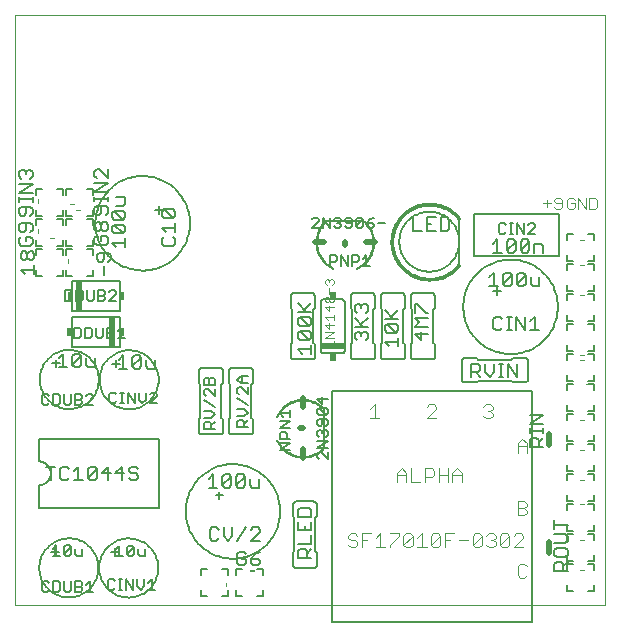
<source format=gto>
G75*
G70*
%OFA0B0*%
%FSLAX24Y24*%
%IPPOS*%
%LPD*%
%AMOC8*
5,1,8,0,0,1.08239X$1,22.5*
%
%ADD10C,0.0000*%
%ADD11C,0.0030*%
%ADD12C,0.0040*%
%ADD13C,0.0050*%
%ADD14C,0.0060*%
%ADD15C,0.0080*%
%ADD16C,0.0010*%
%ADD17R,0.0200X0.1000*%
%ADD18R,0.0150X0.0300*%
%ADD19C,0.0200*%
%ADD20R,0.0800X0.0200*%
%ADD21R,0.0200X0.0250*%
D10*
X000148Y000683D02*
X000148Y020368D01*
X019833Y020368D01*
X019833Y000683D01*
X000148Y000683D01*
X007183Y001312D02*
X007193Y001312D01*
X007190Y001316D01*
X007193Y001319D01*
X007183Y001319D01*
X007183Y001322D02*
X007183Y001325D01*
X007183Y001323D02*
X007193Y001323D01*
X007193Y001322D02*
X007193Y001325D01*
X007193Y001328D02*
X007183Y001328D01*
X007183Y001333D01*
X007185Y001334D01*
X007188Y001334D01*
X007190Y001333D01*
X007190Y001328D01*
X007190Y001331D02*
X007193Y001334D01*
X007193Y001337D02*
X007193Y001344D01*
X007193Y001346D02*
X007183Y001346D01*
X007183Y001351D01*
X007185Y001353D01*
X007188Y001353D01*
X007190Y001351D01*
X007190Y001346D01*
X007188Y001340D02*
X007188Y001337D01*
X007183Y001337D02*
X007193Y001337D01*
X007183Y001337D02*
X007183Y001344D01*
X007187Y001355D02*
X007183Y001359D01*
X007187Y001362D01*
X007193Y001362D01*
X007193Y001365D02*
X007193Y001370D01*
X007192Y001371D01*
X007185Y001371D01*
X007183Y001370D01*
X007183Y001365D01*
X007193Y001365D01*
X007188Y001362D02*
X007188Y001355D01*
X007187Y001355D02*
X007193Y001355D01*
X007193Y001374D02*
X007187Y001380D01*
X007185Y001380D01*
X007183Y001379D01*
X007183Y001375D01*
X007185Y001374D01*
X007193Y001374D02*
X007193Y001380D01*
X007193Y001385D02*
X007193Y001386D01*
X007192Y001386D01*
X007192Y001385D01*
X007193Y001385D01*
X007193Y001386D02*
X007197Y001383D01*
X007193Y001389D02*
X007193Y001396D01*
X007192Y001398D02*
X007193Y001400D01*
X007193Y001403D01*
X007192Y001405D01*
X007188Y001405D01*
X007187Y001403D01*
X007187Y001402D01*
X007188Y001398D01*
X007183Y001398D01*
X007183Y001405D01*
X007183Y001414D02*
X007193Y001407D01*
X007193Y001417D02*
X007193Y001423D01*
X007193Y001420D02*
X007183Y001420D01*
X007187Y001417D01*
X007192Y001428D02*
X007193Y001428D01*
X007193Y001429D01*
X007192Y001429D01*
X007192Y001428D01*
X007193Y001429D02*
X007197Y001426D01*
X007192Y001432D02*
X007185Y001439D01*
X007192Y001439D01*
X007193Y001437D01*
X007193Y001434D01*
X007192Y001432D01*
X007185Y001432D01*
X007183Y001434D01*
X007183Y001437D01*
X007185Y001439D01*
X007183Y001392D02*
X007193Y001392D01*
X007187Y001389D02*
X007183Y001392D01*
X007985Y001835D02*
X007988Y001838D01*
X007991Y001835D01*
X007991Y001845D01*
X007994Y001845D02*
X007997Y001845D01*
X007996Y001845D02*
X007996Y001835D01*
X007997Y001835D02*
X007994Y001835D01*
X008000Y001835D02*
X008000Y001845D01*
X008005Y001845D01*
X008007Y001843D01*
X008007Y001840D01*
X008005Y001838D01*
X008000Y001838D01*
X008003Y001838D02*
X008007Y001835D01*
X008009Y001835D02*
X008016Y001835D01*
X008018Y001835D02*
X008018Y001845D01*
X008023Y001845D01*
X008025Y001843D01*
X008025Y001840D01*
X008023Y001838D01*
X008018Y001838D01*
X008013Y001840D02*
X008009Y001840D01*
X008009Y001845D02*
X008009Y001835D01*
X008009Y001845D02*
X008016Y001845D01*
X008028Y001842D02*
X008031Y001845D01*
X008034Y001842D01*
X008034Y001835D01*
X008037Y001835D02*
X008042Y001835D01*
X008044Y001837D01*
X008044Y001843D01*
X008042Y001845D01*
X008037Y001845D01*
X008037Y001835D01*
X008034Y001840D02*
X008028Y001840D01*
X008028Y001842D02*
X008028Y001835D01*
X008046Y001835D02*
X008053Y001842D01*
X008053Y001843D01*
X008051Y001845D01*
X008048Y001845D01*
X008046Y001843D01*
X008046Y001835D02*
X008053Y001835D01*
X008055Y001832D02*
X008059Y001835D01*
X008057Y001835D01*
X008057Y001837D01*
X008059Y001837D01*
X008059Y001835D01*
X008061Y001835D02*
X008068Y001835D01*
X008071Y001837D02*
X008072Y001835D01*
X008076Y001835D01*
X008077Y001837D01*
X008077Y001840D01*
X008076Y001842D01*
X008074Y001842D01*
X008071Y001840D01*
X008071Y001845D01*
X008077Y001845D01*
X008080Y001835D02*
X008087Y001845D01*
X008089Y001842D02*
X008092Y001845D01*
X008092Y001835D01*
X008089Y001835D02*
X008096Y001835D01*
X008098Y001832D02*
X008102Y001835D01*
X008100Y001835D01*
X008100Y001837D01*
X008102Y001837D01*
X008102Y001835D01*
X008104Y001837D02*
X008111Y001843D01*
X008111Y001837D01*
X008109Y001835D01*
X008106Y001835D01*
X008104Y001837D01*
X008104Y001843D01*
X008106Y001845D01*
X008109Y001845D01*
X008111Y001843D01*
X008065Y001845D02*
X008065Y001835D01*
X008061Y001842D02*
X008065Y001845D01*
X007985Y001845D02*
X007985Y001835D01*
X001926Y012103D02*
X001922Y012106D01*
X001926Y012109D01*
X001916Y012109D01*
X001916Y012112D02*
X001916Y012115D01*
X001916Y012113D02*
X001926Y012113D01*
X001926Y012112D02*
X001926Y012115D01*
X001926Y012118D02*
X001916Y012118D01*
X001916Y012123D01*
X001917Y012125D01*
X001921Y012125D01*
X001922Y012123D01*
X001922Y012118D01*
X001922Y012121D02*
X001926Y012125D01*
X001926Y012127D02*
X001926Y012134D01*
X001926Y012136D02*
X001916Y012136D01*
X001916Y012141D01*
X001917Y012143D01*
X001921Y012143D01*
X001922Y012141D01*
X001922Y012136D01*
X001921Y012130D02*
X001921Y012127D01*
X001916Y012127D02*
X001926Y012127D01*
X001916Y012127D02*
X001916Y012134D01*
X001919Y012146D02*
X001916Y012149D01*
X001919Y012152D01*
X001926Y012152D01*
X001926Y012155D02*
X001926Y012160D01*
X001924Y012161D01*
X001917Y012161D01*
X001916Y012160D01*
X001916Y012155D01*
X001926Y012155D01*
X001921Y012152D02*
X001921Y012146D01*
X001919Y012146D02*
X001926Y012146D01*
X001926Y012164D02*
X001919Y012171D01*
X001917Y012171D01*
X001916Y012169D01*
X001916Y012166D01*
X001917Y012164D01*
X001926Y012164D02*
X001926Y012171D01*
X001929Y012173D02*
X001926Y012176D01*
X001926Y012175D01*
X001924Y012175D01*
X001924Y012176D01*
X001926Y012176D01*
X001926Y012179D02*
X001926Y012186D01*
X001924Y012188D02*
X001926Y012190D01*
X001926Y012193D01*
X001924Y012195D01*
X001921Y012195D01*
X001919Y012193D01*
X001919Y012192D01*
X001921Y012188D01*
X001916Y012188D01*
X001916Y012195D01*
X001916Y012204D02*
X001926Y012198D01*
X001926Y012207D02*
X001926Y012214D01*
X001929Y012216D02*
X001926Y012219D01*
X001926Y012218D01*
X001924Y012218D01*
X001924Y012219D01*
X001926Y012219D01*
X001924Y012222D02*
X001917Y012229D01*
X001924Y012229D01*
X001926Y012227D01*
X001926Y012224D01*
X001924Y012222D01*
X001917Y012222D01*
X001916Y012224D01*
X001916Y012227D01*
X001917Y012229D01*
X001916Y012210D02*
X001926Y012210D01*
X001919Y012207D02*
X001916Y012210D01*
X001916Y012183D02*
X001926Y012183D01*
X001919Y012179D02*
X001916Y012183D01*
X001916Y012103D02*
X001926Y012103D01*
X001446Y012933D02*
X001443Y012933D01*
X001441Y012935D01*
X001448Y012941D01*
X001448Y012935D01*
X001446Y012933D01*
X001441Y012935D02*
X001441Y012941D01*
X001443Y012943D01*
X001446Y012943D01*
X001448Y012941D01*
X001438Y012935D02*
X001437Y012935D01*
X001437Y012933D01*
X001438Y012933D01*
X001438Y012935D01*
X001438Y012933D02*
X001435Y012930D01*
X001432Y012933D02*
X001426Y012933D01*
X001429Y012933D02*
X001429Y012943D01*
X001426Y012940D01*
X001423Y012943D02*
X001416Y012933D01*
X001414Y012935D02*
X001412Y012933D01*
X001409Y012933D01*
X001407Y012935D01*
X001407Y012938D02*
X001411Y012940D01*
X001412Y012940D01*
X001414Y012938D01*
X001414Y012935D01*
X001407Y012938D02*
X001407Y012943D01*
X001414Y012943D01*
X001401Y012943D02*
X001401Y012933D01*
X001398Y012933D02*
X001405Y012933D01*
X001398Y012940D02*
X001401Y012943D01*
X001395Y012935D02*
X001394Y012935D01*
X001394Y012933D01*
X001395Y012933D01*
X001395Y012935D01*
X001395Y012933D02*
X001392Y012930D01*
X001389Y012933D02*
X001383Y012933D01*
X001389Y012940D01*
X001389Y012941D01*
X001388Y012943D01*
X001384Y012943D01*
X001383Y012941D01*
X001380Y012941D02*
X001379Y012943D01*
X001374Y012943D01*
X001374Y012933D01*
X001379Y012933D01*
X001380Y012935D01*
X001380Y012941D01*
X001371Y012940D02*
X001371Y012933D01*
X001371Y012938D02*
X001364Y012938D01*
X001364Y012940D02*
X001368Y012943D01*
X001371Y012940D01*
X001364Y012940D02*
X001364Y012933D01*
X001360Y012936D02*
X001355Y012936D01*
X001355Y012933D02*
X001355Y012943D01*
X001360Y012943D01*
X001362Y012941D01*
X001362Y012938D01*
X001360Y012936D01*
X001353Y012933D02*
X001346Y012933D01*
X001346Y012943D01*
X001353Y012943D01*
X001349Y012938D02*
X001346Y012938D01*
X001343Y012938D02*
X001342Y012936D01*
X001337Y012936D01*
X001340Y012936D02*
X001343Y012933D01*
X001343Y012938D02*
X001343Y012941D01*
X001342Y012943D01*
X001337Y012943D01*
X001337Y012933D01*
X001334Y012933D02*
X001331Y012933D01*
X001332Y012933D02*
X001332Y012943D01*
X001331Y012943D02*
X001334Y012943D01*
X001328Y012943D02*
X001328Y012933D01*
X001325Y012936D01*
X001321Y012933D01*
X001321Y012943D01*
X000923Y013099D02*
X000920Y013102D01*
X000923Y013105D01*
X000913Y013105D01*
X000913Y013108D02*
X000913Y013111D01*
X000913Y013110D02*
X000923Y013110D01*
X000923Y013111D02*
X000923Y013108D01*
X000923Y013114D02*
X000913Y013114D01*
X000913Y013119D01*
X000915Y013121D01*
X000918Y013121D01*
X000920Y013119D01*
X000920Y013114D01*
X000920Y013117D02*
X000923Y013121D01*
X000923Y013123D02*
X000923Y013130D01*
X000923Y013132D02*
X000913Y013132D01*
X000913Y013137D01*
X000915Y013139D01*
X000918Y013139D01*
X000920Y013137D01*
X000920Y013132D01*
X000918Y013127D02*
X000918Y013123D01*
X000913Y013123D02*
X000923Y013123D01*
X000913Y013123D02*
X000913Y013130D01*
X000916Y013142D02*
X000913Y013145D01*
X000916Y013148D01*
X000923Y013148D01*
X000923Y013151D02*
X000923Y013156D01*
X000921Y013158D01*
X000915Y013158D01*
X000913Y013156D01*
X000913Y013151D01*
X000923Y013151D01*
X000918Y013148D02*
X000918Y013142D01*
X000916Y013142D02*
X000923Y013142D01*
X000923Y013160D02*
X000916Y013167D01*
X000915Y013167D01*
X000913Y013165D01*
X000913Y013162D01*
X000915Y013160D01*
X000923Y013160D02*
X000923Y013167D01*
X000923Y013171D02*
X000923Y013173D01*
X000921Y013173D01*
X000921Y013171D01*
X000923Y013171D01*
X000923Y013173D02*
X000926Y013169D01*
X000923Y013175D02*
X000923Y013182D01*
X000921Y013185D02*
X000923Y013186D01*
X000923Y013190D01*
X000921Y013191D01*
X000918Y013191D01*
X000916Y013190D01*
X000916Y013188D01*
X000918Y013185D01*
X000913Y013185D01*
X000913Y013191D01*
X000923Y013194D02*
X000913Y013201D01*
X000916Y013203D02*
X000913Y013206D01*
X000923Y013206D01*
X000923Y013203D02*
X000923Y013210D01*
X000923Y013214D02*
X000923Y013216D01*
X000921Y013216D01*
X000921Y013214D01*
X000923Y013214D01*
X000923Y013216D02*
X000926Y013212D01*
X000921Y013218D02*
X000915Y013225D01*
X000921Y013225D01*
X000923Y013223D01*
X000923Y013220D01*
X000921Y013218D01*
X000915Y013218D01*
X000913Y013220D01*
X000913Y013223D01*
X000915Y013225D01*
X000913Y013179D02*
X000923Y013179D01*
X000916Y013175D02*
X000913Y013179D01*
X000913Y013099D02*
X000923Y013099D01*
X000925Y014101D02*
X000922Y014104D01*
X000925Y014107D01*
X000915Y014107D01*
X000915Y014110D02*
X000915Y014113D01*
X000915Y014111D02*
X000925Y014111D01*
X000925Y014110D02*
X000925Y014113D01*
X000925Y014116D02*
X000915Y014116D01*
X000915Y014121D01*
X000917Y014123D01*
X000920Y014123D01*
X000922Y014121D01*
X000922Y014116D01*
X000922Y014119D02*
X000925Y014123D01*
X000925Y014125D02*
X000925Y014132D01*
X000925Y014134D02*
X000915Y014134D01*
X000915Y014139D01*
X000917Y014141D01*
X000920Y014141D01*
X000922Y014139D01*
X000922Y014134D01*
X000920Y014128D02*
X000920Y014125D01*
X000915Y014125D02*
X000925Y014125D01*
X000915Y014125D02*
X000915Y014132D01*
X000919Y014144D02*
X000915Y014147D01*
X000919Y014150D01*
X000925Y014150D01*
X000925Y014153D02*
X000925Y014158D01*
X000924Y014159D01*
X000917Y014159D01*
X000915Y014158D01*
X000915Y014153D01*
X000925Y014153D01*
X000920Y014150D02*
X000920Y014144D01*
X000919Y014144D02*
X000925Y014144D01*
X000925Y014162D02*
X000919Y014169D01*
X000917Y014169D01*
X000915Y014167D01*
X000915Y014164D01*
X000917Y014162D01*
X000925Y014162D02*
X000925Y014169D01*
X000925Y014173D02*
X000925Y014174D01*
X000924Y014174D01*
X000924Y014173D01*
X000925Y014173D01*
X000925Y014174D02*
X000929Y014171D01*
X000925Y014177D02*
X000925Y014184D01*
X000924Y014186D02*
X000925Y014188D01*
X000925Y014191D01*
X000924Y014193D01*
X000920Y014193D01*
X000919Y014191D01*
X000919Y014190D01*
X000920Y014186D01*
X000915Y014186D01*
X000915Y014193D01*
X000915Y014202D02*
X000925Y014196D01*
X000925Y014205D02*
X000925Y014212D01*
X000925Y014208D02*
X000915Y014208D01*
X000919Y014205D01*
X000924Y014216D02*
X000925Y014216D01*
X000925Y014217D01*
X000924Y014217D01*
X000924Y014216D01*
X000925Y014217D02*
X000929Y014214D01*
X000924Y014220D02*
X000917Y014227D01*
X000924Y014227D01*
X000925Y014225D01*
X000925Y014222D01*
X000924Y014220D01*
X000917Y014220D01*
X000915Y014222D01*
X000915Y014225D01*
X000917Y014227D01*
X000915Y014181D02*
X000925Y014181D01*
X000919Y014177D02*
X000915Y014181D01*
X000915Y014101D02*
X000925Y014101D01*
X001989Y014066D02*
X001989Y014056D01*
X001992Y014060D01*
X001996Y014056D01*
X001996Y014066D01*
X001998Y014066D02*
X002001Y014066D01*
X002000Y014066D02*
X002000Y014056D01*
X002001Y014056D02*
X001998Y014056D01*
X002004Y014056D02*
X002004Y014066D01*
X002009Y014066D01*
X002011Y014065D01*
X002011Y014061D01*
X002009Y014060D01*
X002004Y014060D01*
X002008Y014060D02*
X002011Y014056D01*
X002013Y014056D02*
X002020Y014056D01*
X002023Y014056D02*
X002023Y014066D01*
X002028Y014066D01*
X002029Y014065D01*
X002029Y014061D01*
X002028Y014060D01*
X002023Y014060D01*
X002017Y014061D02*
X002013Y014061D01*
X002013Y014066D02*
X002013Y014056D01*
X002013Y014066D02*
X002020Y014066D01*
X002032Y014063D02*
X002035Y014066D01*
X002038Y014063D01*
X002038Y014056D01*
X002041Y014056D02*
X002046Y014056D01*
X002048Y014058D01*
X002048Y014065D01*
X002046Y014066D01*
X002041Y014066D01*
X002041Y014056D01*
X002038Y014061D02*
X002032Y014061D01*
X002032Y014063D02*
X002032Y014056D01*
X002050Y014056D02*
X002057Y014063D01*
X002057Y014065D01*
X002055Y014066D01*
X002052Y014066D01*
X002050Y014065D01*
X002050Y014056D02*
X002057Y014056D01*
X002059Y014053D02*
X002063Y014056D01*
X002061Y014056D01*
X002061Y014058D01*
X002063Y014058D01*
X002063Y014056D01*
X002066Y014056D02*
X002072Y014056D01*
X002069Y014056D02*
X002069Y014066D01*
X002066Y014063D01*
X002075Y014061D02*
X002078Y014063D01*
X002080Y014063D01*
X002081Y014061D01*
X002081Y014058D01*
X002080Y014056D01*
X002076Y014056D01*
X002075Y014058D01*
X002075Y014061D02*
X002075Y014066D01*
X002081Y014066D01*
X002084Y014056D02*
X002091Y014066D01*
X002093Y014063D02*
X002097Y014066D01*
X002097Y014056D01*
X002100Y014056D02*
X002093Y014056D01*
X002102Y014053D02*
X002106Y014056D01*
X002104Y014056D01*
X002104Y014058D01*
X002106Y014058D01*
X002106Y014056D01*
X002109Y014058D02*
X002115Y014065D01*
X002115Y014058D01*
X002114Y014056D01*
X002110Y014056D01*
X002109Y014058D01*
X002109Y014065D01*
X002110Y014066D01*
X002114Y014066D01*
X002115Y014065D01*
X002192Y013865D02*
X002192Y013855D01*
X002195Y013858D01*
X002199Y013855D01*
X002199Y013865D01*
X002201Y013865D02*
X002205Y013865D01*
X002203Y013865D02*
X002203Y013855D01*
X002201Y013855D02*
X002205Y013855D01*
X002207Y013855D02*
X002207Y013865D01*
X002212Y013865D01*
X002214Y013863D01*
X002214Y013860D01*
X002212Y013858D01*
X002207Y013858D01*
X002211Y013858D02*
X002214Y013855D01*
X002217Y013855D02*
X002223Y013855D01*
X002226Y013855D02*
X002226Y013865D01*
X002231Y013865D01*
X002233Y013863D01*
X002233Y013860D01*
X002231Y013858D01*
X002226Y013858D01*
X002220Y013860D02*
X002217Y013860D01*
X002217Y013865D02*
X002217Y013855D01*
X002217Y013865D02*
X002223Y013865D01*
X002235Y013862D02*
X002238Y013865D01*
X002242Y013862D01*
X002242Y013855D01*
X002244Y013855D02*
X002249Y013855D01*
X002251Y013857D01*
X002251Y013863D01*
X002249Y013865D01*
X002244Y013865D01*
X002244Y013855D01*
X002242Y013860D02*
X002235Y013860D01*
X002235Y013862D02*
X002235Y013855D01*
X002253Y013855D02*
X002260Y013862D01*
X002260Y013863D01*
X002258Y013865D01*
X002255Y013865D01*
X002253Y013863D01*
X002253Y013855D02*
X002260Y013855D01*
X002264Y013855D02*
X002266Y013855D01*
X002266Y013857D01*
X002264Y013857D01*
X002264Y013855D01*
X002266Y013855D02*
X002263Y013852D01*
X002269Y013855D02*
X002275Y013855D01*
X002272Y013855D02*
X002272Y013865D01*
X002269Y013862D01*
X002278Y013860D02*
X002281Y013862D01*
X002283Y013862D01*
X002285Y013860D01*
X002285Y013857D01*
X002283Y013855D01*
X002280Y013855D01*
X002278Y013857D01*
X002278Y013860D02*
X002278Y013865D01*
X002285Y013865D01*
X002294Y013865D02*
X002287Y013855D01*
X002296Y013855D02*
X002303Y013855D01*
X002300Y013855D02*
X002300Y013865D01*
X002296Y013862D01*
X002307Y013857D02*
X002307Y013855D01*
X002309Y013855D01*
X002309Y013857D01*
X002307Y013857D01*
X002309Y013855D02*
X002306Y013852D01*
X002312Y013857D02*
X002318Y013863D01*
X002318Y013857D01*
X002317Y013855D01*
X002313Y013855D01*
X002312Y013857D01*
X002312Y013863D01*
X002313Y013865D01*
X002317Y013865D01*
X002318Y013863D01*
X018989Y012869D02*
X018989Y012859D01*
X018992Y012862D01*
X018996Y012859D01*
X018996Y012869D01*
X018998Y012869D02*
X019001Y012869D01*
X019000Y012869D02*
X019000Y012859D01*
X019001Y012859D02*
X018998Y012859D01*
X019004Y012859D02*
X019004Y012869D01*
X019009Y012869D01*
X019011Y012867D01*
X019011Y012864D01*
X019009Y012862D01*
X019004Y012862D01*
X019008Y012862D02*
X019011Y012859D01*
X019013Y012859D02*
X019020Y012859D01*
X019023Y012859D02*
X019023Y012869D01*
X019028Y012869D01*
X019029Y012867D01*
X019029Y012864D01*
X019028Y012862D01*
X019023Y012862D01*
X019017Y012864D02*
X019013Y012864D01*
X019013Y012869D02*
X019013Y012859D01*
X019013Y012869D02*
X019020Y012869D01*
X019032Y012866D02*
X019035Y012869D01*
X019039Y012866D01*
X019039Y012859D01*
X019041Y012859D02*
X019046Y012859D01*
X019048Y012861D01*
X019048Y012867D01*
X019046Y012869D01*
X019041Y012869D01*
X019041Y012859D01*
X019039Y012864D02*
X019032Y012864D01*
X019032Y012866D02*
X019032Y012859D01*
X019050Y012859D02*
X019057Y012866D01*
X019057Y012867D01*
X019055Y012869D01*
X019052Y012869D01*
X019050Y012867D01*
X019050Y012859D02*
X019057Y012859D01*
X019061Y012859D02*
X019063Y012859D01*
X019063Y012861D01*
X019061Y012861D01*
X019061Y012859D01*
X019063Y012859D02*
X019060Y012856D01*
X019066Y012859D02*
X019072Y012859D01*
X019069Y012859D02*
X019069Y012869D01*
X019066Y012866D01*
X019075Y012864D02*
X019078Y012866D01*
X019080Y012866D01*
X019082Y012864D01*
X019082Y012861D01*
X019080Y012859D01*
X019077Y012859D01*
X019075Y012861D01*
X019075Y012864D02*
X019075Y012869D01*
X019082Y012869D01*
X019091Y012869D02*
X019084Y012859D01*
X019093Y012859D02*
X019100Y012859D01*
X019097Y012859D02*
X019097Y012869D01*
X019093Y012866D01*
X019104Y012861D02*
X019104Y012859D01*
X019106Y012859D01*
X019106Y012861D01*
X019104Y012861D01*
X019106Y012859D02*
X019103Y012856D01*
X019109Y012861D02*
X019115Y012867D01*
X019115Y012861D01*
X019114Y012859D01*
X019110Y012859D01*
X019109Y012861D01*
X019109Y012867D01*
X019110Y012869D01*
X019114Y012869D01*
X019115Y012867D01*
X019114Y012025D02*
X019116Y012023D01*
X019109Y012016D01*
X019111Y012015D01*
X019114Y012015D01*
X019116Y012016D01*
X019116Y012023D01*
X019114Y012025D02*
X019111Y012025D01*
X019109Y012023D01*
X019109Y012016D01*
X019106Y012016D02*
X019105Y012016D01*
X019105Y012015D01*
X019106Y012015D01*
X019106Y012016D01*
X019106Y012015D02*
X019103Y012011D01*
X019100Y012015D02*
X019094Y012015D01*
X019097Y012015D02*
X019097Y012025D01*
X019094Y012021D01*
X019091Y012025D02*
X019084Y012015D01*
X019082Y012016D02*
X019080Y012015D01*
X019077Y012015D01*
X019075Y012016D01*
X019073Y012015D02*
X019066Y012015D01*
X019063Y012015D02*
X019062Y012015D01*
X019062Y012016D01*
X019063Y012016D01*
X019063Y012015D01*
X019060Y012011D01*
X019057Y012015D02*
X019051Y012015D01*
X019057Y012021D01*
X019057Y012023D01*
X019056Y012025D01*
X019052Y012025D01*
X019051Y012023D01*
X019048Y012023D02*
X019047Y012025D01*
X019042Y012025D01*
X019042Y012015D01*
X019047Y012015D01*
X019048Y012016D01*
X019048Y012023D01*
X019039Y012021D02*
X019039Y012015D01*
X019039Y012020D02*
X019032Y012020D01*
X019032Y012021D02*
X019036Y012025D01*
X019039Y012021D01*
X019032Y012021D02*
X019032Y012015D01*
X019028Y012018D02*
X019023Y012018D01*
X019023Y012015D02*
X019023Y012025D01*
X019028Y012025D01*
X019030Y012023D01*
X019030Y012020D01*
X019028Y012018D01*
X019021Y012015D02*
X019014Y012015D01*
X019014Y012025D01*
X019021Y012025D01*
X019017Y012020D02*
X019014Y012020D01*
X019011Y012020D02*
X019010Y012018D01*
X019005Y012018D01*
X019008Y012018D02*
X019011Y012015D01*
X019011Y012020D02*
X019011Y012023D01*
X019010Y012025D01*
X019005Y012025D01*
X019005Y012015D01*
X019002Y012015D02*
X018999Y012015D01*
X019000Y012015D02*
X019000Y012025D01*
X018999Y012025D02*
X019002Y012025D01*
X018996Y012025D02*
X018996Y012015D01*
X018993Y012018D01*
X018989Y012015D01*
X018989Y012025D01*
X019066Y012021D02*
X019069Y012025D01*
X019069Y012015D01*
X019075Y012020D02*
X019079Y012021D01*
X019080Y012021D01*
X019082Y012020D01*
X019082Y012016D01*
X019075Y012020D02*
X019075Y012025D01*
X019082Y012025D01*
X019082Y011025D02*
X019075Y011025D01*
X019075Y011020D01*
X019078Y011022D01*
X019080Y011022D01*
X019082Y011020D01*
X019082Y011017D01*
X019080Y011015D01*
X019077Y011015D01*
X019075Y011017D01*
X019073Y011015D02*
X019066Y011015D01*
X019063Y011015D02*
X019061Y011015D01*
X019061Y011017D01*
X019063Y011017D01*
X019063Y011015D01*
X019060Y011012D01*
X019057Y011015D02*
X019051Y011015D01*
X019057Y011022D01*
X019057Y011024D01*
X019056Y011025D01*
X019052Y011025D01*
X019051Y011024D01*
X019048Y011024D02*
X019046Y011025D01*
X019041Y011025D01*
X019041Y011015D01*
X019046Y011015D01*
X019048Y011017D01*
X019048Y011024D01*
X019039Y011022D02*
X019039Y011015D01*
X019039Y011020D02*
X019032Y011020D01*
X019032Y011022D02*
X019035Y011025D01*
X019039Y011022D01*
X019032Y011022D02*
X019032Y011015D01*
X019028Y011019D02*
X019023Y011019D01*
X019023Y011015D02*
X019023Y011025D01*
X019028Y011025D01*
X019030Y011024D01*
X019030Y011020D01*
X019028Y011019D01*
X019020Y011015D02*
X019014Y011015D01*
X019014Y011025D01*
X019020Y011025D01*
X019017Y011020D02*
X019014Y011020D01*
X019011Y011020D02*
X019009Y011019D01*
X019004Y011019D01*
X019004Y011015D02*
X019004Y011025D01*
X019009Y011025D01*
X019011Y011024D01*
X019011Y011020D01*
X019008Y011019D02*
X019011Y011015D01*
X019002Y011015D02*
X018998Y011015D01*
X019000Y011015D02*
X019000Y011025D01*
X018998Y011025D02*
X019002Y011025D01*
X018996Y011025D02*
X018996Y011015D01*
X018992Y011019D01*
X018989Y011015D01*
X018989Y011025D01*
X019066Y011022D02*
X019069Y011025D01*
X019069Y011015D01*
X019084Y011015D02*
X019091Y011025D01*
X019093Y011022D02*
X019097Y011025D01*
X019097Y011015D01*
X019100Y011015D02*
X019093Y011015D01*
X019103Y011012D02*
X019106Y011015D01*
X019104Y011015D01*
X019104Y011017D01*
X019106Y011017D01*
X019106Y011015D01*
X019109Y011017D02*
X019116Y011024D01*
X019116Y011017D01*
X019114Y011015D01*
X019110Y011015D01*
X019109Y011017D01*
X019109Y011024D01*
X019110Y011025D01*
X019114Y011025D01*
X019116Y011024D01*
X019114Y009026D02*
X019116Y009025D01*
X019109Y009018D01*
X019111Y009016D01*
X019114Y009016D01*
X019116Y009018D01*
X019116Y009025D01*
X019114Y009026D02*
X019111Y009026D01*
X019109Y009025D01*
X019109Y009018D01*
X019106Y009018D02*
X019105Y009018D01*
X019105Y009016D01*
X019106Y009016D01*
X019106Y009018D01*
X019106Y009016D02*
X019103Y009013D01*
X019101Y009016D02*
X019094Y009016D01*
X019097Y009016D02*
X019097Y009026D01*
X019094Y009023D01*
X019091Y009026D02*
X019085Y009016D01*
X019082Y009018D02*
X019080Y009016D01*
X019077Y009016D01*
X019075Y009018D01*
X019073Y009016D02*
X019066Y009016D01*
X019063Y009016D02*
X019062Y009016D01*
X019062Y009018D01*
X019063Y009018D01*
X019063Y009016D01*
X019060Y009013D01*
X019058Y009016D02*
X019051Y009016D01*
X019058Y009023D01*
X019058Y009025D01*
X019056Y009026D01*
X019053Y009026D01*
X019051Y009025D01*
X019048Y009025D02*
X019047Y009026D01*
X019042Y009026D01*
X019042Y009016D01*
X019047Y009016D01*
X019048Y009018D01*
X019048Y009025D01*
X019039Y009023D02*
X019039Y009016D01*
X019039Y009021D02*
X019032Y009021D01*
X019030Y009021D02*
X019028Y009020D01*
X019023Y009020D01*
X019023Y009016D02*
X019023Y009026D01*
X019028Y009026D01*
X019030Y009025D01*
X019030Y009021D01*
X019032Y009023D02*
X019036Y009026D01*
X019039Y009023D01*
X019032Y009023D02*
X019032Y009016D01*
X019021Y009016D02*
X019014Y009016D01*
X019014Y009026D01*
X019021Y009026D01*
X019017Y009021D02*
X019014Y009021D01*
X019012Y009021D02*
X019010Y009020D01*
X019005Y009020D01*
X019008Y009020D02*
X019012Y009016D01*
X019012Y009021D02*
X019012Y009025D01*
X019010Y009026D01*
X019005Y009026D01*
X019005Y009016D01*
X019002Y009016D02*
X018999Y009016D01*
X019000Y009016D02*
X019000Y009026D01*
X018999Y009026D02*
X019002Y009026D01*
X018996Y009026D02*
X018996Y009016D01*
X018993Y009020D01*
X018990Y009016D01*
X018990Y009026D01*
X019066Y009023D02*
X019070Y009026D01*
X019070Y009016D01*
X019075Y009021D02*
X019079Y009023D01*
X019080Y009023D01*
X019082Y009021D01*
X019082Y009018D01*
X019075Y009021D02*
X019075Y009026D01*
X019082Y009026D01*
X019083Y008869D02*
X019077Y008869D01*
X019077Y008864D01*
X019080Y008866D01*
X019082Y008866D01*
X019083Y008864D01*
X019083Y008861D01*
X019082Y008859D01*
X019078Y008859D01*
X019077Y008861D01*
X019074Y008859D02*
X019067Y008859D01*
X019065Y008859D02*
X019063Y008859D01*
X019063Y008861D01*
X019065Y008861D01*
X019065Y008859D01*
X019061Y008856D01*
X019059Y008859D02*
X019052Y008859D01*
X019059Y008866D01*
X019059Y008867D01*
X019057Y008869D01*
X019054Y008869D01*
X019052Y008867D01*
X019050Y008867D02*
X019048Y008869D01*
X019043Y008869D01*
X019043Y008859D01*
X019048Y008859D01*
X019050Y008861D01*
X019050Y008867D01*
X019040Y008866D02*
X019040Y008859D01*
X019040Y008864D02*
X019034Y008864D01*
X019034Y008866D02*
X019037Y008869D01*
X019040Y008866D01*
X019034Y008866D02*
X019034Y008859D01*
X019029Y008862D02*
X019024Y008862D01*
X019024Y008859D02*
X019024Y008869D01*
X019029Y008869D01*
X019031Y008867D01*
X019031Y008864D01*
X019029Y008862D01*
X019022Y008859D02*
X019015Y008859D01*
X019015Y008869D01*
X019022Y008869D01*
X019019Y008864D02*
X019015Y008864D01*
X019013Y008864D02*
X019011Y008862D01*
X019006Y008862D01*
X019006Y008859D02*
X019006Y008869D01*
X019011Y008869D01*
X019013Y008867D01*
X019013Y008864D01*
X019009Y008862D02*
X019013Y008859D01*
X019003Y008859D02*
X019000Y008859D01*
X019002Y008859D02*
X019002Y008869D01*
X019003Y008869D02*
X019000Y008869D01*
X018997Y008869D02*
X018997Y008859D01*
X018994Y008862D01*
X018991Y008859D01*
X018991Y008869D01*
X019067Y008866D02*
X019071Y008869D01*
X019071Y008859D01*
X019086Y008859D02*
X019093Y008869D01*
X019095Y008866D02*
X019098Y008869D01*
X019098Y008859D01*
X019095Y008859D02*
X019102Y008859D01*
X019106Y008859D02*
X019108Y008859D01*
X019108Y008861D01*
X019106Y008861D01*
X019106Y008859D01*
X019108Y008859D02*
X019104Y008856D01*
X019110Y008861D02*
X019117Y008867D01*
X019117Y008861D01*
X019115Y008859D01*
X019112Y008859D01*
X019110Y008861D01*
X019110Y008867D01*
X019112Y008869D01*
X019115Y008869D01*
X019117Y008867D01*
X019191Y008070D02*
X019191Y008060D01*
X019194Y008063D01*
X019197Y008060D01*
X019197Y008070D01*
X019200Y008070D02*
X019203Y008070D01*
X019201Y008070D02*
X019201Y008060D01*
X019200Y008060D02*
X019203Y008060D01*
X019206Y008060D02*
X019206Y008070D01*
X019211Y008070D01*
X019213Y008068D01*
X019213Y008065D01*
X019211Y008063D01*
X019206Y008063D01*
X019209Y008063D02*
X019213Y008060D01*
X019215Y008060D02*
X019222Y008060D01*
X019224Y008060D02*
X019224Y008070D01*
X019229Y008070D01*
X019231Y008068D01*
X019231Y008065D01*
X019229Y008063D01*
X019224Y008063D01*
X019218Y008065D02*
X019215Y008065D01*
X019215Y008070D02*
X019215Y008060D01*
X019215Y008070D02*
X019222Y008070D01*
X019234Y008066D02*
X019237Y008070D01*
X019240Y008066D01*
X019240Y008060D01*
X019243Y008060D02*
X019248Y008060D01*
X019249Y008061D01*
X019249Y008068D01*
X019248Y008070D01*
X019243Y008070D01*
X019243Y008060D01*
X019240Y008065D02*
X019234Y008065D01*
X019234Y008066D02*
X019234Y008060D01*
X019252Y008060D02*
X019259Y008066D01*
X019259Y008068D01*
X019257Y008070D01*
X019254Y008070D01*
X019252Y008068D01*
X019252Y008060D02*
X019259Y008060D01*
X019263Y008060D02*
X019264Y008060D01*
X019264Y008061D01*
X019263Y008061D01*
X019263Y008060D01*
X019264Y008060D02*
X019261Y008056D01*
X019267Y008060D02*
X019274Y008060D01*
X019276Y008061D02*
X019278Y008060D01*
X019281Y008060D01*
X019283Y008061D01*
X019283Y008065D01*
X019281Y008066D01*
X019280Y008066D01*
X019276Y008065D01*
X019276Y008070D01*
X019283Y008070D01*
X019292Y008070D02*
X019286Y008060D01*
X019295Y008060D02*
X019302Y008060D01*
X019306Y008060D02*
X019307Y008060D01*
X019307Y008061D01*
X019306Y008061D01*
X019306Y008060D01*
X019307Y008060D02*
X019304Y008056D01*
X019298Y008060D02*
X019298Y008070D01*
X019295Y008066D01*
X019310Y008068D02*
X019312Y008070D01*
X019315Y008070D01*
X019317Y008068D01*
X019310Y008061D01*
X019312Y008060D01*
X019315Y008060D01*
X019317Y008061D01*
X019317Y008068D01*
X019310Y008068D02*
X019310Y008061D01*
X019271Y008060D02*
X019271Y008070D01*
X019267Y008066D01*
X019116Y006871D02*
X019117Y006869D01*
X019111Y006863D01*
X019112Y006861D01*
X019116Y006861D01*
X019117Y006863D01*
X019117Y006869D01*
X019116Y006871D02*
X019112Y006871D01*
X019111Y006869D01*
X019111Y006863D01*
X019108Y006863D02*
X019106Y006863D01*
X019106Y006861D01*
X019108Y006861D01*
X019108Y006863D01*
X019108Y006861D02*
X019105Y006858D01*
X019102Y006861D02*
X019095Y006861D01*
X019099Y006861D02*
X019099Y006871D01*
X019095Y006868D01*
X019093Y006871D02*
X019086Y006861D01*
X019084Y006863D02*
X019082Y006861D01*
X019079Y006861D01*
X019077Y006863D01*
X019077Y006866D02*
X019080Y006868D01*
X019082Y006868D01*
X019084Y006866D01*
X019084Y006863D01*
X019077Y006866D02*
X019077Y006871D01*
X019084Y006871D01*
X019071Y006871D02*
X019071Y006861D01*
X019068Y006861D02*
X019074Y006861D01*
X019065Y006861D02*
X019063Y006861D01*
X019063Y006863D01*
X019065Y006863D01*
X019065Y006861D01*
X019062Y006858D01*
X019059Y006861D02*
X019052Y006861D01*
X019059Y006868D01*
X019059Y006869D01*
X019057Y006871D01*
X019054Y006871D01*
X019052Y006869D01*
X019050Y006869D02*
X019048Y006871D01*
X019043Y006871D01*
X019043Y006861D01*
X019048Y006861D01*
X019050Y006863D01*
X019050Y006869D01*
X019041Y006868D02*
X019041Y006861D01*
X019041Y006866D02*
X019034Y006866D01*
X019034Y006868D02*
X019037Y006871D01*
X019041Y006868D01*
X019034Y006868D02*
X019034Y006861D01*
X019030Y006864D02*
X019025Y006864D01*
X019025Y006861D02*
X019025Y006871D01*
X019030Y006871D01*
X019031Y006869D01*
X019031Y006866D01*
X019030Y006864D01*
X019022Y006861D02*
X019016Y006861D01*
X019016Y006871D01*
X019022Y006871D01*
X019019Y006866D02*
X019016Y006866D01*
X019013Y006866D02*
X019011Y006864D01*
X019006Y006864D01*
X019006Y006861D02*
X019006Y006871D01*
X019011Y006871D01*
X019013Y006869D01*
X019013Y006866D01*
X019010Y006864D02*
X019013Y006861D01*
X019003Y006861D02*
X019000Y006861D01*
X019002Y006861D02*
X019002Y006871D01*
X019003Y006871D02*
X019000Y006871D01*
X018998Y006871D02*
X018998Y006861D01*
X018994Y006864D01*
X018991Y006861D01*
X018991Y006871D01*
X019068Y006868D02*
X019071Y006871D01*
X019069Y005868D02*
X019069Y005858D01*
X019066Y005858D02*
X019073Y005858D01*
X019075Y005860D02*
X019077Y005858D01*
X019080Y005858D01*
X019082Y005860D01*
X019082Y005863D01*
X019080Y005865D01*
X019078Y005865D01*
X019075Y005863D01*
X019075Y005868D01*
X019082Y005868D01*
X019091Y005868D02*
X019084Y005858D01*
X019094Y005858D02*
X019100Y005858D01*
X019097Y005858D02*
X019097Y005868D01*
X019094Y005865D01*
X019104Y005860D02*
X019104Y005858D01*
X019106Y005858D01*
X019106Y005860D01*
X019104Y005860D01*
X019106Y005858D02*
X019103Y005855D01*
X019109Y005860D02*
X019116Y005867D01*
X019116Y005860D01*
X019114Y005858D01*
X019111Y005858D01*
X019109Y005860D01*
X019109Y005867D01*
X019111Y005868D01*
X019114Y005868D01*
X019116Y005867D01*
X019069Y005868D02*
X019066Y005865D01*
X019063Y005860D02*
X019061Y005860D01*
X019061Y005858D01*
X019063Y005858D01*
X019063Y005860D01*
X019063Y005858D02*
X019060Y005855D01*
X019057Y005858D02*
X019051Y005858D01*
X019057Y005865D01*
X019057Y005867D01*
X019056Y005868D01*
X019052Y005868D01*
X019051Y005867D01*
X019048Y005867D02*
X019046Y005868D01*
X019041Y005868D01*
X019041Y005858D01*
X019046Y005858D01*
X019048Y005860D01*
X019048Y005867D01*
X019039Y005865D02*
X019039Y005858D01*
X019039Y005863D02*
X019032Y005863D01*
X019032Y005865D02*
X019036Y005868D01*
X019039Y005865D01*
X019032Y005865D02*
X019032Y005858D01*
X019028Y005862D02*
X019023Y005862D01*
X019023Y005858D02*
X019023Y005868D01*
X019028Y005868D01*
X019030Y005867D01*
X019030Y005863D01*
X019028Y005862D01*
X019020Y005858D02*
X019014Y005858D01*
X019014Y005868D01*
X019020Y005868D01*
X019017Y005863D02*
X019014Y005863D01*
X019011Y005863D02*
X019010Y005862D01*
X019005Y005862D01*
X019008Y005862D02*
X019011Y005858D01*
X019011Y005863D02*
X019011Y005867D01*
X019010Y005868D01*
X019005Y005868D01*
X019005Y005858D01*
X019002Y005858D02*
X018998Y005858D01*
X019000Y005858D02*
X019000Y005868D01*
X018998Y005868D02*
X019002Y005868D01*
X018996Y005868D02*
X018996Y005858D01*
X018993Y005862D01*
X018989Y005858D01*
X018989Y005868D01*
X018991Y004869D02*
X018991Y004859D01*
X018995Y004863D01*
X018998Y004859D01*
X018998Y004869D01*
X019001Y004869D02*
X019004Y004869D01*
X019002Y004869D02*
X019002Y004859D01*
X019001Y004859D02*
X019004Y004859D01*
X019007Y004859D02*
X019007Y004869D01*
X019012Y004869D01*
X019013Y004868D01*
X019013Y004864D01*
X019012Y004863D01*
X019007Y004863D01*
X019010Y004863D02*
X019013Y004859D01*
X019016Y004859D02*
X019023Y004859D01*
X019025Y004859D02*
X019025Y004869D01*
X019030Y004869D01*
X019032Y004868D01*
X019032Y004864D01*
X019030Y004863D01*
X019025Y004863D01*
X019019Y004864D02*
X019016Y004864D01*
X019016Y004869D02*
X019016Y004859D01*
X019016Y004869D02*
X019023Y004869D01*
X019034Y004866D02*
X019038Y004869D01*
X019041Y004866D01*
X019041Y004859D01*
X019044Y004859D02*
X019049Y004859D01*
X019050Y004861D01*
X019050Y004868D01*
X019049Y004869D01*
X019044Y004869D01*
X019044Y004859D01*
X019041Y004864D02*
X019034Y004864D01*
X019034Y004866D02*
X019034Y004859D01*
X019053Y004859D02*
X019059Y004866D01*
X019059Y004868D01*
X019058Y004869D01*
X019054Y004869D01*
X019053Y004868D01*
X019053Y004859D02*
X019059Y004859D01*
X019062Y004856D02*
X019065Y004859D01*
X019064Y004859D01*
X019064Y004861D01*
X019065Y004861D01*
X019065Y004859D01*
X019068Y004859D02*
X019075Y004859D01*
X019077Y004861D02*
X019079Y004859D01*
X019082Y004859D01*
X019084Y004861D01*
X019084Y004864D01*
X019082Y004866D01*
X019081Y004866D01*
X019077Y004864D01*
X019077Y004869D01*
X019084Y004869D01*
X019093Y004869D02*
X019087Y004859D01*
X019096Y004859D02*
X019102Y004859D01*
X019099Y004859D02*
X019099Y004869D01*
X019096Y004866D01*
X019107Y004861D02*
X019107Y004859D01*
X019108Y004859D01*
X019108Y004861D01*
X019107Y004861D01*
X019108Y004859D02*
X019105Y004856D01*
X019111Y004861D02*
X019118Y004868D01*
X019118Y004861D01*
X019116Y004859D01*
X019113Y004859D01*
X019111Y004861D01*
X019111Y004868D01*
X019113Y004869D01*
X019116Y004869D01*
X019118Y004868D01*
X019072Y004869D02*
X019072Y004859D01*
X019068Y004866D02*
X019072Y004869D01*
X019070Y004068D02*
X019070Y004058D01*
X019073Y004058D02*
X019066Y004058D01*
X019063Y004058D02*
X019062Y004058D01*
X019062Y004059D01*
X019063Y004059D01*
X019063Y004058D01*
X019060Y004054D01*
X019058Y004058D02*
X019051Y004058D01*
X019058Y004064D01*
X019058Y004066D01*
X019056Y004068D01*
X019053Y004068D01*
X019051Y004066D01*
X019048Y004066D02*
X019047Y004068D01*
X019042Y004068D01*
X019042Y004058D01*
X019047Y004058D01*
X019048Y004059D01*
X019048Y004066D01*
X019039Y004064D02*
X019039Y004058D01*
X019039Y004063D02*
X019032Y004063D01*
X019032Y004064D02*
X019036Y004068D01*
X019039Y004064D01*
X019032Y004064D02*
X019032Y004058D01*
X019028Y004061D02*
X019023Y004061D01*
X019023Y004058D02*
X019023Y004068D01*
X019028Y004068D01*
X019030Y004066D01*
X019030Y004063D01*
X019028Y004061D01*
X019021Y004058D02*
X019014Y004058D01*
X019014Y004068D01*
X019021Y004068D01*
X019017Y004063D02*
X019014Y004063D01*
X019012Y004063D02*
X019010Y004061D01*
X019005Y004061D01*
X019008Y004061D02*
X019012Y004058D01*
X019012Y004063D02*
X019012Y004066D01*
X019010Y004068D01*
X019005Y004068D01*
X019005Y004058D01*
X019002Y004058D02*
X018999Y004058D01*
X019000Y004058D02*
X019000Y004068D01*
X018999Y004068D02*
X019002Y004068D01*
X018996Y004068D02*
X018996Y004058D01*
X018993Y004061D01*
X018989Y004058D01*
X018989Y004068D01*
X019066Y004064D02*
X019070Y004068D01*
X019075Y004068D02*
X019075Y004063D01*
X019079Y004064D01*
X019080Y004064D01*
X019082Y004063D01*
X019082Y004059D01*
X019080Y004058D01*
X019077Y004058D01*
X019075Y004059D01*
X019075Y004068D02*
X019082Y004068D01*
X019091Y004068D02*
X019085Y004058D01*
X019094Y004058D02*
X019101Y004058D01*
X019105Y004058D02*
X019106Y004058D01*
X019106Y004059D01*
X019105Y004059D01*
X019105Y004058D01*
X019106Y004058D02*
X019103Y004054D01*
X019097Y004058D02*
X019097Y004068D01*
X019094Y004064D01*
X019109Y004066D02*
X019111Y004068D01*
X019114Y004068D01*
X019116Y004066D01*
X019109Y004059D01*
X019111Y004058D01*
X019114Y004058D01*
X019116Y004059D01*
X019116Y004066D01*
X019109Y004066D02*
X019109Y004059D01*
X019112Y002870D02*
X019115Y002870D01*
X019117Y002868D01*
X019110Y002862D01*
X019112Y002860D01*
X019115Y002860D01*
X019117Y002862D01*
X019117Y002868D01*
X019112Y002870D02*
X019110Y002868D01*
X019110Y002862D01*
X019107Y002862D02*
X019106Y002862D01*
X019106Y002860D01*
X019107Y002860D01*
X019107Y002862D01*
X019107Y002860D02*
X019104Y002857D01*
X019101Y002860D02*
X019095Y002860D01*
X019098Y002860D02*
X019098Y002870D01*
X019095Y002867D01*
X019092Y002870D02*
X019086Y002860D01*
X019083Y002862D02*
X019081Y002860D01*
X019078Y002860D01*
X019076Y002862D01*
X019076Y002865D02*
X019080Y002867D01*
X019081Y002867D01*
X019083Y002865D01*
X019083Y002862D01*
X019076Y002865D02*
X019076Y002870D01*
X019083Y002870D01*
X019070Y002870D02*
X019070Y002860D01*
X019067Y002860D02*
X019074Y002860D01*
X019067Y002867D02*
X019070Y002870D01*
X019064Y002862D02*
X019063Y002862D01*
X019063Y002860D01*
X019064Y002860D01*
X019064Y002862D01*
X019064Y002860D02*
X019061Y002857D01*
X019058Y002860D02*
X019052Y002860D01*
X019058Y002867D01*
X019058Y002868D01*
X019057Y002870D01*
X019053Y002870D01*
X019052Y002868D01*
X019049Y002868D02*
X019048Y002870D01*
X019043Y002870D01*
X019043Y002860D01*
X019048Y002860D01*
X019049Y002862D01*
X019049Y002868D01*
X019040Y002867D02*
X019040Y002860D01*
X019040Y002865D02*
X019033Y002865D01*
X019033Y002867D02*
X019033Y002860D01*
X019029Y002863D02*
X019024Y002863D01*
X019024Y002860D02*
X019024Y002870D01*
X019029Y002870D01*
X019031Y002868D01*
X019031Y002865D01*
X019029Y002863D01*
X019033Y002867D02*
X019037Y002870D01*
X019040Y002867D01*
X019022Y002870D02*
X019015Y002870D01*
X019015Y002860D01*
X019022Y002860D01*
X019018Y002865D02*
X019015Y002865D01*
X019012Y002865D02*
X019011Y002863D01*
X019006Y002863D01*
X019006Y002860D02*
X019006Y002870D01*
X019011Y002870D01*
X019012Y002868D01*
X019012Y002865D01*
X019009Y002863D02*
X019012Y002860D01*
X019003Y002860D02*
X019000Y002860D01*
X019001Y002860D02*
X019001Y002870D01*
X019000Y002870D02*
X019003Y002870D01*
X018997Y002870D02*
X018997Y002860D01*
X018994Y002863D01*
X018990Y002860D01*
X018990Y002870D01*
X018990Y001870D02*
X018990Y001860D01*
X018994Y001863D01*
X018997Y001860D01*
X018997Y001870D01*
X019000Y001870D02*
X019003Y001870D01*
X019001Y001870D02*
X019001Y001860D01*
X019000Y001860D02*
X019003Y001860D01*
X019006Y001860D02*
X019006Y001870D01*
X019011Y001870D01*
X019012Y001868D01*
X019012Y001865D01*
X019011Y001863D01*
X019006Y001863D01*
X019009Y001863D02*
X019012Y001860D01*
X019015Y001860D02*
X019022Y001860D01*
X019024Y001860D02*
X019024Y001870D01*
X019029Y001870D01*
X019031Y001868D01*
X019031Y001865D01*
X019029Y001863D01*
X019024Y001863D01*
X019018Y001865D02*
X019015Y001865D01*
X019015Y001870D02*
X019015Y001860D01*
X019015Y001870D02*
X019022Y001870D01*
X019033Y001866D02*
X019037Y001870D01*
X019040Y001866D01*
X019040Y001860D01*
X019043Y001860D02*
X019048Y001860D01*
X019049Y001861D01*
X019049Y001868D01*
X019048Y001870D01*
X019043Y001870D01*
X019043Y001860D01*
X019040Y001865D02*
X019033Y001865D01*
X019033Y001866D02*
X019033Y001860D01*
X019052Y001860D02*
X019059Y001866D01*
X019059Y001868D01*
X019057Y001870D01*
X019054Y001870D01*
X019052Y001868D01*
X019052Y001860D02*
X019059Y001860D01*
X019063Y001860D02*
X019064Y001860D01*
X019064Y001861D01*
X019063Y001861D01*
X019063Y001860D01*
X019064Y001860D02*
X019061Y001856D01*
X019067Y001860D02*
X019074Y001860D01*
X019076Y001861D02*
X019078Y001860D01*
X019081Y001860D01*
X019083Y001861D01*
X019083Y001865D01*
X019081Y001866D01*
X019080Y001866D01*
X019076Y001865D01*
X019076Y001870D01*
X019083Y001870D01*
X019092Y001870D02*
X019086Y001860D01*
X019095Y001860D02*
X019101Y001860D01*
X019098Y001860D02*
X019098Y001870D01*
X019095Y001866D01*
X019106Y001861D02*
X019106Y001860D01*
X019107Y001860D01*
X019107Y001861D01*
X019106Y001861D01*
X019107Y001860D02*
X019104Y001856D01*
X019110Y001861D02*
X019117Y001868D01*
X019117Y001861D01*
X019115Y001860D01*
X019112Y001860D01*
X019110Y001861D01*
X019110Y001868D01*
X019112Y001870D01*
X019115Y001870D01*
X019117Y001868D01*
X019071Y001870D02*
X019071Y001860D01*
X019067Y001866D02*
X019071Y001870D01*
D11*
X019178Y013898D02*
X019178Y014269D01*
X019300Y014269D02*
X019485Y014269D01*
X019547Y014207D01*
X019547Y013960D01*
X019485Y013898D01*
X019300Y013898D01*
X019300Y014269D01*
X018931Y014269D02*
X019178Y013898D01*
X018931Y013898D02*
X018931Y014269D01*
X018810Y014207D02*
X018748Y014269D01*
X018625Y014269D01*
X018563Y014207D01*
X018563Y013960D01*
X018625Y013898D01*
X018748Y013898D01*
X018810Y013960D01*
X018810Y014083D01*
X018686Y014083D01*
X018378Y014083D02*
X018193Y014083D01*
X018131Y014145D01*
X018131Y014207D01*
X018193Y014269D01*
X018316Y014269D01*
X018378Y014207D01*
X018378Y013960D01*
X018316Y013898D01*
X018193Y013898D01*
X018131Y013960D01*
X018010Y014083D02*
X017763Y014083D01*
X017886Y013960D02*
X017886Y014207D01*
D12*
X015996Y007377D02*
X015842Y007377D01*
X015766Y007300D01*
X015919Y007147D02*
X015996Y007147D01*
X016073Y007070D01*
X016073Y006993D01*
X015996Y006917D01*
X015842Y006917D01*
X015766Y006993D01*
X015996Y007147D02*
X016073Y007224D01*
X016073Y007300D01*
X015996Y007377D01*
X017061Y006235D02*
X017214Y006082D01*
X017214Y005775D01*
X017214Y006005D02*
X016907Y006005D01*
X016907Y006082D02*
X017061Y006235D01*
X016907Y006082D02*
X016907Y005775D01*
X016907Y004149D02*
X017138Y004149D01*
X017214Y004072D01*
X017214Y003995D01*
X017138Y003919D01*
X016907Y003919D01*
X016907Y004149D02*
X016907Y003688D01*
X017138Y003688D01*
X017214Y003765D01*
X017214Y003842D01*
X017138Y003919D01*
X017019Y003086D02*
X016865Y003086D01*
X016788Y003009D01*
X016635Y003009D02*
X016635Y002702D01*
X016558Y002625D01*
X016405Y002625D01*
X016328Y002702D01*
X016635Y003009D01*
X016558Y003086D01*
X016405Y003086D01*
X016328Y003009D01*
X016328Y002702D01*
X016175Y002702D02*
X016098Y002625D01*
X015944Y002625D01*
X015868Y002702D01*
X015714Y002702D02*
X015637Y002625D01*
X015484Y002625D01*
X015407Y002702D01*
X015714Y003009D01*
X015714Y002702D01*
X015714Y003009D02*
X015637Y003086D01*
X015484Y003086D01*
X015407Y003009D01*
X015407Y002702D01*
X015254Y002856D02*
X014947Y002856D01*
X014793Y003086D02*
X014486Y003086D01*
X014486Y002625D01*
X014333Y002702D02*
X014256Y002625D01*
X014103Y002625D01*
X014026Y002702D01*
X014333Y003009D01*
X014333Y002702D01*
X014486Y002856D02*
X014640Y002856D01*
X014333Y003009D02*
X014256Y003086D01*
X014103Y003086D01*
X014026Y003009D01*
X014026Y002702D01*
X013873Y002625D02*
X013566Y002625D01*
X013719Y002625D02*
X013719Y003086D01*
X013566Y002932D01*
X013412Y003009D02*
X013412Y002702D01*
X013335Y002625D01*
X013182Y002625D01*
X013105Y002702D01*
X013412Y003009D01*
X013335Y003086D01*
X013182Y003086D01*
X013105Y003009D01*
X013105Y002702D01*
X012952Y003009D02*
X012645Y002702D01*
X012645Y002625D01*
X012491Y002625D02*
X012184Y002625D01*
X012338Y002625D02*
X012338Y003086D01*
X012184Y002932D01*
X012031Y003086D02*
X011724Y003086D01*
X011724Y002625D01*
X011571Y002702D02*
X011494Y002625D01*
X011340Y002625D01*
X011264Y002702D01*
X011340Y002856D02*
X011264Y002932D01*
X011264Y003009D01*
X011340Y003086D01*
X011494Y003086D01*
X011571Y003009D01*
X011494Y002856D02*
X011340Y002856D01*
X011494Y002856D02*
X011571Y002779D01*
X011571Y002702D01*
X011724Y002856D02*
X011878Y002856D01*
X012645Y003086D02*
X012952Y003086D01*
X012952Y003009D01*
X012892Y004791D02*
X012892Y005098D01*
X013045Y005251D01*
X013199Y005098D01*
X013199Y004791D01*
X013352Y004791D02*
X013659Y004791D01*
X013812Y004791D02*
X013812Y005251D01*
X014043Y005251D01*
X014119Y005174D01*
X014119Y005021D01*
X014043Y004944D01*
X013812Y004944D01*
X014273Y005021D02*
X014580Y005021D01*
X014733Y005021D02*
X015040Y005021D01*
X015040Y005098D02*
X015040Y004791D01*
X015040Y005098D02*
X014887Y005251D01*
X014733Y005098D01*
X014733Y004791D01*
X014580Y004791D02*
X014580Y005251D01*
X014273Y005251D02*
X014273Y004791D01*
X013352Y004791D02*
X013352Y005251D01*
X013199Y005021D02*
X012892Y005021D01*
X012293Y006917D02*
X011986Y006917D01*
X012140Y006917D02*
X012140Y007377D01*
X011986Y007224D01*
X013876Y007300D02*
X013953Y007377D01*
X014106Y007377D01*
X014183Y007300D01*
X014183Y007224D01*
X013876Y006917D01*
X014183Y006917D01*
X010778Y009303D02*
X010778Y009490D01*
X010778Y009397D02*
X010498Y009397D01*
X010591Y009303D01*
X010498Y009598D02*
X010778Y009785D01*
X010498Y009785D01*
X010638Y009893D02*
X010638Y010079D01*
X010591Y010187D02*
X010498Y010281D01*
X010778Y010281D01*
X010778Y010374D02*
X010778Y010187D01*
X010778Y010033D02*
X010498Y010033D01*
X010638Y009893D01*
X010778Y009598D02*
X010498Y009598D01*
X010638Y010482D02*
X010638Y010669D01*
X010685Y010777D02*
X010638Y010823D01*
X010638Y010917D01*
X010685Y010963D01*
X010731Y010963D01*
X010778Y010917D01*
X010778Y010823D01*
X010731Y010777D01*
X010685Y010777D01*
X010638Y010823D02*
X010591Y010777D01*
X010544Y010777D01*
X010498Y010823D01*
X010498Y010917D01*
X010544Y010963D01*
X010591Y010963D01*
X010638Y010917D01*
X010638Y011071D02*
X010638Y011258D01*
X010731Y011366D02*
X010778Y011413D01*
X010778Y011506D01*
X010731Y011553D01*
X010685Y011553D01*
X010638Y011506D01*
X010638Y011459D01*
X010638Y011506D02*
X010591Y011553D01*
X010544Y011553D01*
X010498Y011506D01*
X010498Y011413D01*
X010544Y011366D01*
X010498Y010622D02*
X010638Y010482D01*
X010778Y010622D02*
X010498Y010622D01*
X015944Y003086D02*
X016098Y003086D01*
X016175Y003009D01*
X016175Y002932D01*
X016098Y002856D01*
X016175Y002779D01*
X016175Y002702D01*
X016098Y002856D02*
X016021Y002856D01*
X015868Y003009D02*
X015944Y003086D01*
X016788Y002625D02*
X017095Y002932D01*
X017095Y003009D01*
X017019Y003086D01*
X017095Y002625D02*
X016788Y002625D01*
X016984Y002062D02*
X016907Y001985D01*
X016907Y001678D01*
X016984Y001602D01*
X017138Y001602D01*
X017214Y001678D01*
X017214Y001985D02*
X017138Y002062D01*
X016984Y002062D01*
D13*
X017399Y000125D02*
X017399Y007842D01*
X010706Y007842D01*
X010706Y000125D01*
X017399Y000125D01*
X010573Y005558D02*
X010339Y005792D01*
X010281Y005792D01*
X010223Y005733D01*
X010223Y005617D01*
X010281Y005558D01*
X010573Y005558D02*
X010573Y005792D01*
X010573Y005927D02*
X010223Y005927D01*
X010573Y006160D01*
X010223Y006160D01*
X010281Y006295D02*
X010223Y006353D01*
X010223Y006470D01*
X010281Y006528D01*
X010339Y006528D01*
X010398Y006470D01*
X010456Y006528D01*
X010515Y006528D01*
X010573Y006470D01*
X010573Y006353D01*
X010515Y006295D01*
X010398Y006412D02*
X010398Y006470D01*
X010339Y006663D02*
X010398Y006722D01*
X010398Y006897D01*
X010515Y006897D02*
X010281Y006897D01*
X010223Y006838D01*
X010223Y006722D01*
X010281Y006663D01*
X010339Y006663D01*
X010515Y006663D02*
X010573Y006722D01*
X010573Y006838D01*
X010515Y006897D01*
X010515Y007032D02*
X010281Y007032D01*
X010223Y007090D01*
X010223Y007207D01*
X010281Y007265D01*
X010515Y007032D01*
X010573Y007090D01*
X010573Y007207D01*
X010515Y007265D01*
X010281Y007265D01*
X010398Y007400D02*
X010398Y007633D01*
X010573Y007575D02*
X010223Y007575D01*
X010398Y007400D01*
X009323Y007197D02*
X009323Y006963D01*
X009323Y007080D02*
X008973Y007080D01*
X009089Y006963D01*
X008973Y006828D02*
X009323Y006828D01*
X008973Y006595D01*
X009323Y006595D01*
X009148Y006460D02*
X009206Y006402D01*
X009206Y006227D01*
X009323Y006227D02*
X008973Y006227D01*
X008973Y006402D01*
X009031Y006460D01*
X009148Y006460D01*
X009323Y006092D02*
X008973Y006092D01*
X008973Y005858D02*
X009323Y006092D01*
X009323Y005858D02*
X008973Y005858D01*
X007912Y006611D02*
X007562Y006611D01*
X007562Y006786D01*
X007620Y006844D01*
X007737Y006844D01*
X007796Y006786D01*
X007796Y006611D01*
X007796Y006727D02*
X007912Y006844D01*
X007796Y006979D02*
X007912Y007096D01*
X007796Y007212D01*
X007562Y007212D01*
X007562Y006979D02*
X007796Y006979D01*
X007912Y007347D02*
X007562Y007581D01*
X007620Y007716D02*
X007562Y007774D01*
X007562Y007891D01*
X007620Y007949D01*
X007679Y007949D01*
X007912Y007716D01*
X007912Y007949D01*
X007912Y008084D02*
X007679Y008084D01*
X007562Y008201D01*
X007679Y008317D01*
X007912Y008317D01*
X007737Y008317D02*
X007737Y008084D01*
X006812Y008043D02*
X006812Y008218D01*
X006754Y008276D01*
X006696Y008276D01*
X006637Y008218D01*
X006637Y008043D01*
X006579Y007908D02*
X006520Y007908D01*
X006462Y007849D01*
X006462Y007733D01*
X006520Y007674D01*
X006462Y007540D02*
X006812Y007306D01*
X006696Y007171D02*
X006462Y007171D01*
X006696Y007171D02*
X006812Y007054D01*
X006696Y006938D01*
X006462Y006938D01*
X006520Y006803D02*
X006637Y006803D01*
X006696Y006745D01*
X006696Y006569D01*
X006812Y006569D02*
X006462Y006569D01*
X006462Y006745D01*
X006520Y006803D01*
X006696Y006686D02*
X006812Y006803D01*
X006812Y007674D02*
X006579Y007908D01*
X006462Y008043D02*
X006462Y008218D01*
X006520Y008276D01*
X006579Y008276D01*
X006637Y008218D01*
X006812Y008043D02*
X006462Y008043D01*
X006812Y007908D02*
X006812Y007674D01*
X004885Y007658D02*
X004885Y007717D01*
X004826Y007775D01*
X004710Y007775D01*
X004651Y007717D01*
X004517Y007775D02*
X004517Y007541D01*
X004400Y007425D01*
X004283Y007541D01*
X004283Y007775D01*
X004148Y007775D02*
X004148Y007425D01*
X003915Y007775D01*
X003915Y007425D01*
X003786Y007425D02*
X003669Y007425D01*
X003728Y007425D02*
X003728Y007775D01*
X003786Y007775D02*
X003669Y007775D01*
X003534Y007717D02*
X003476Y007775D01*
X003359Y007775D01*
X003301Y007717D01*
X003301Y007483D01*
X003359Y007425D01*
X003476Y007425D01*
X003534Y007483D01*
X002754Y007598D02*
X002754Y007656D01*
X002696Y007715D01*
X002579Y007715D01*
X002520Y007656D01*
X002386Y007656D02*
X002386Y007598D01*
X002327Y007540D01*
X002152Y007540D01*
X002152Y007715D02*
X002152Y007364D01*
X002327Y007364D01*
X002386Y007423D01*
X002386Y007481D01*
X002327Y007540D01*
X002386Y007656D02*
X002327Y007715D01*
X002152Y007715D01*
X002017Y007715D02*
X002017Y007423D01*
X001959Y007364D01*
X001842Y007364D01*
X001784Y007423D01*
X001784Y007715D01*
X001649Y007656D02*
X001591Y007715D01*
X001415Y007715D01*
X001415Y007364D01*
X001591Y007364D01*
X001649Y007423D01*
X001649Y007656D01*
X001281Y007656D02*
X001222Y007715D01*
X001106Y007715D01*
X001047Y007656D01*
X001047Y007423D01*
X001106Y007364D01*
X001222Y007364D01*
X001281Y007423D01*
X002520Y007364D02*
X002754Y007598D01*
X002754Y007364D02*
X002520Y007364D01*
X002656Y005309D02*
X002581Y005234D01*
X002581Y004933D01*
X002882Y005234D01*
X002882Y004933D01*
X002807Y004858D01*
X002656Y004858D01*
X002581Y004933D01*
X002421Y004858D02*
X002121Y004858D01*
X002271Y004858D02*
X002271Y005309D01*
X002121Y005159D01*
X001961Y005234D02*
X001886Y005309D01*
X001736Y005309D01*
X001661Y005234D01*
X001661Y004933D01*
X001736Y004858D01*
X001886Y004858D01*
X001961Y004933D01*
X001501Y005309D02*
X001200Y005309D01*
X001350Y005309D02*
X001350Y004858D01*
X002656Y005309D02*
X002807Y005309D01*
X002882Y005234D01*
X003042Y005083D02*
X003342Y005083D01*
X003502Y005083D02*
X003802Y005083D01*
X003963Y005159D02*
X004038Y005083D01*
X004188Y005083D01*
X004263Y005008D01*
X004263Y004933D01*
X004188Y004858D01*
X004038Y004858D01*
X003963Y004933D01*
X003963Y005159D02*
X003963Y005234D01*
X004038Y005309D01*
X004188Y005309D01*
X004263Y005234D01*
X003727Y005309D02*
X003727Y004858D01*
X003502Y005083D02*
X003727Y005309D01*
X003267Y005309D02*
X003267Y004858D01*
X003042Y005083D02*
X003267Y005309D01*
X004651Y007425D02*
X004885Y007658D01*
X004885Y007425D02*
X004651Y007425D01*
X003822Y009587D02*
X003588Y009587D01*
X003705Y009587D02*
X003705Y009937D01*
X003588Y009820D01*
X003454Y009820D02*
X003395Y009762D01*
X003220Y009762D01*
X003220Y009587D02*
X003220Y009937D01*
X003395Y009937D01*
X003454Y009878D01*
X003454Y009820D01*
X003395Y009762D02*
X003454Y009703D01*
X003454Y009645D01*
X003395Y009587D01*
X003220Y009587D01*
X003085Y009645D02*
X003027Y009587D01*
X002910Y009587D01*
X002852Y009645D01*
X002852Y009937D01*
X002717Y009878D02*
X002717Y009645D01*
X002659Y009587D01*
X002483Y009587D01*
X002483Y009937D01*
X002659Y009937D01*
X002717Y009878D01*
X002349Y009878D02*
X002349Y009645D01*
X002290Y009587D01*
X002115Y009587D01*
X002115Y009937D01*
X002290Y009937D01*
X002349Y009878D01*
X003085Y009937D02*
X003085Y009645D01*
X003092Y010829D02*
X002916Y010829D01*
X002916Y011179D01*
X003092Y011179D01*
X003150Y011120D01*
X003150Y011062D01*
X003092Y011004D01*
X002916Y011004D01*
X003092Y011004D02*
X003150Y010945D01*
X003150Y010887D01*
X003092Y010829D01*
X003285Y010829D02*
X003518Y011062D01*
X003518Y011120D01*
X003460Y011179D01*
X003343Y011179D01*
X003285Y011120D01*
X003285Y010829D02*
X003518Y010829D01*
X002782Y010887D02*
X002723Y010829D01*
X002606Y010829D01*
X002548Y010887D01*
X002548Y011179D01*
X002413Y011120D02*
X002413Y010887D01*
X002355Y010829D01*
X002180Y010829D01*
X002180Y011179D01*
X002355Y011179D01*
X002413Y011120D01*
X002045Y011120D02*
X002045Y010887D01*
X001987Y010829D01*
X001811Y010829D01*
X001811Y011179D01*
X001987Y011179D01*
X002045Y011120D01*
X002782Y011179D02*
X002782Y010887D01*
X003119Y011678D02*
X003119Y011978D01*
X003044Y012138D02*
X002969Y012138D01*
X002894Y012213D01*
X002894Y012363D01*
X002969Y012438D01*
X003269Y012438D01*
X003344Y012363D01*
X003344Y012213D01*
X003269Y012138D01*
X003119Y012213D02*
X003119Y012438D01*
X003119Y012213D02*
X003044Y012138D01*
X003175Y012690D02*
X002875Y012690D01*
X002800Y012765D01*
X002800Y012916D01*
X002875Y012991D01*
X003025Y012991D02*
X003025Y012841D01*
X003025Y012991D02*
X003175Y012991D01*
X003250Y012916D01*
X003250Y012765D01*
X003175Y012690D01*
X003175Y013151D02*
X003100Y013151D01*
X003025Y013226D01*
X003025Y013376D01*
X003100Y013451D01*
X003175Y013451D01*
X003250Y013376D01*
X003250Y013226D01*
X003175Y013151D01*
X003025Y013226D02*
X002950Y013151D01*
X002875Y013151D01*
X002800Y013226D01*
X002800Y013376D01*
X002875Y013451D01*
X002950Y013451D01*
X003025Y013376D01*
X002953Y013689D02*
X003028Y013764D01*
X003028Y013989D01*
X003178Y013989D02*
X002878Y013989D01*
X002803Y013914D01*
X002803Y013764D01*
X002878Y013689D01*
X002953Y013689D01*
X003178Y013689D02*
X003253Y013764D01*
X003253Y013914D01*
X003178Y013989D01*
X003253Y014149D02*
X003253Y014300D01*
X003253Y014224D02*
X002803Y014224D01*
X002803Y014149D02*
X002803Y014300D01*
X002803Y014456D02*
X003253Y014757D01*
X002803Y014757D01*
X002878Y014917D02*
X002803Y014992D01*
X002803Y015142D01*
X002878Y015217D01*
X002953Y015217D01*
X003253Y014917D01*
X003253Y015217D01*
X003253Y014456D02*
X002803Y014456D01*
X000744Y014443D02*
X000294Y014443D01*
X000744Y014743D01*
X000294Y014743D01*
X000369Y014903D02*
X000294Y014978D01*
X000294Y015128D01*
X000369Y015204D01*
X000444Y015204D01*
X000519Y015128D01*
X000594Y015204D01*
X000669Y015204D01*
X000744Y015128D01*
X000744Y014978D01*
X000669Y014903D01*
X000519Y015053D02*
X000519Y015128D01*
X000744Y014286D02*
X000744Y014136D01*
X000744Y014211D02*
X000294Y014211D01*
X000294Y014136D02*
X000294Y014286D01*
X000369Y013976D02*
X000294Y013901D01*
X000294Y013751D01*
X000369Y013676D01*
X000444Y013676D01*
X000519Y013751D01*
X000519Y013976D01*
X000669Y013976D02*
X000744Y013901D01*
X000744Y013751D01*
X000669Y013676D01*
X000667Y013434D02*
X000366Y013434D01*
X000291Y013359D01*
X000291Y013209D01*
X000366Y013134D01*
X000441Y013134D01*
X000516Y013209D01*
X000516Y013434D01*
X000667Y013434D02*
X000742Y013359D01*
X000742Y013209D01*
X000667Y013134D01*
X000667Y012974D02*
X000516Y012974D01*
X000516Y012824D01*
X000366Y012974D02*
X000291Y012899D01*
X000291Y012749D01*
X000366Y012674D01*
X000667Y012674D01*
X000742Y012749D01*
X000742Y012899D01*
X000667Y012974D01*
X000646Y012482D02*
X000571Y012407D01*
X000571Y012257D01*
X000496Y012182D01*
X000421Y012182D01*
X000346Y012257D01*
X000346Y012407D01*
X000421Y012482D01*
X000496Y012482D01*
X000571Y012407D01*
X000646Y012482D02*
X000721Y012482D01*
X000796Y012407D01*
X000796Y012257D01*
X000721Y012182D01*
X000646Y012182D01*
X000571Y012257D01*
X000796Y012022D02*
X000796Y011722D01*
X000796Y011872D02*
X000346Y011872D01*
X000496Y011722D01*
X000369Y013976D02*
X000669Y013976D01*
X010045Y013550D02*
X010103Y013609D01*
X010220Y013609D01*
X010278Y013550D01*
X010278Y013492D01*
X010045Y013258D01*
X010278Y013258D01*
X010413Y013258D02*
X010413Y013609D01*
X010647Y013258D01*
X010647Y013609D01*
X010781Y013550D02*
X010840Y013609D01*
X010957Y013609D01*
X011015Y013550D01*
X011015Y013492D01*
X010957Y013433D01*
X011015Y013375D01*
X011015Y013317D01*
X010957Y013258D01*
X010840Y013258D01*
X010781Y013317D01*
X010898Y013433D02*
X010957Y013433D01*
X011150Y013492D02*
X011150Y013550D01*
X011208Y013609D01*
X011325Y013609D01*
X011383Y013550D01*
X011383Y013317D01*
X011325Y013258D01*
X011208Y013258D01*
X011150Y013317D01*
X011208Y013433D02*
X011383Y013433D01*
X011208Y013433D02*
X011150Y013492D01*
X011518Y013550D02*
X011518Y013317D01*
X011752Y013550D01*
X011752Y013317D01*
X011693Y013258D01*
X011576Y013258D01*
X011518Y013317D01*
X011518Y013550D02*
X011576Y013609D01*
X011693Y013609D01*
X011752Y013550D01*
X011886Y013433D02*
X012062Y013433D01*
X012120Y013375D01*
X012120Y013317D01*
X012062Y013258D01*
X011945Y013258D01*
X011886Y013317D01*
X011886Y013433D01*
X012003Y013550D01*
X012120Y013609D01*
X012255Y013433D02*
X012488Y013433D01*
X011871Y012359D02*
X011871Y012008D01*
X011755Y012008D02*
X011988Y012008D01*
X011755Y012242D02*
X011871Y012359D01*
X011620Y012300D02*
X011620Y012183D01*
X011562Y012125D01*
X011386Y012125D01*
X011386Y012008D02*
X011386Y012359D01*
X011562Y012359D01*
X011620Y012300D01*
X011252Y012359D02*
X011252Y012008D01*
X011018Y012359D01*
X011018Y012008D01*
X010883Y012183D02*
X010825Y012125D01*
X010650Y012125D01*
X010650Y012008D02*
X010650Y012359D01*
X010825Y012359D01*
X010883Y012300D01*
X010883Y012183D01*
X016275Y013126D02*
X016333Y013068D01*
X016450Y013068D01*
X016509Y013126D01*
X016643Y013068D02*
X016760Y013068D01*
X016702Y013068D02*
X016702Y013418D01*
X016760Y013418D02*
X016643Y013418D01*
X016509Y013360D02*
X016450Y013418D01*
X016333Y013418D01*
X016275Y013360D01*
X016275Y013126D01*
X016889Y013068D02*
X016889Y013418D01*
X017122Y013068D01*
X017122Y013418D01*
X017257Y013360D02*
X017316Y013418D01*
X017432Y013418D01*
X017491Y013360D01*
X017491Y013301D01*
X017257Y013068D01*
X017491Y013068D01*
X008320Y002467D02*
X008170Y002392D01*
X008020Y002242D01*
X008245Y002242D01*
X008320Y002167D01*
X008320Y002091D01*
X008245Y002016D01*
X008095Y002016D01*
X008020Y002091D01*
X008020Y002242D01*
X007860Y002242D02*
X007710Y002242D01*
X007860Y002242D02*
X007860Y002091D01*
X007785Y002016D01*
X007635Y002016D01*
X007560Y002091D01*
X007560Y002392D01*
X007635Y002467D01*
X007785Y002467D01*
X007860Y002392D01*
X004825Y001199D02*
X004592Y001199D01*
X004709Y001199D02*
X004709Y001549D01*
X004592Y001433D01*
X004457Y001549D02*
X004457Y001316D01*
X004340Y001199D01*
X004223Y001316D01*
X004223Y001549D01*
X004089Y001549D02*
X004089Y001199D01*
X003855Y001549D01*
X003855Y001199D01*
X003726Y001199D02*
X003610Y001199D01*
X003668Y001199D02*
X003668Y001549D01*
X003610Y001549D02*
X003726Y001549D01*
X003475Y001491D02*
X003416Y001549D01*
X003300Y001549D01*
X003241Y001491D01*
X003241Y001257D01*
X003300Y001199D01*
X003416Y001199D01*
X003475Y001257D01*
X002766Y001132D02*
X002532Y001132D01*
X002649Y001132D02*
X002649Y001482D01*
X002532Y001365D01*
X002398Y001365D02*
X002339Y001307D01*
X002164Y001307D01*
X002164Y001132D02*
X002164Y001482D01*
X002339Y001482D01*
X002398Y001424D01*
X002398Y001365D01*
X002339Y001307D02*
X002398Y001248D01*
X002398Y001190D01*
X002339Y001132D01*
X002164Y001132D01*
X002029Y001190D02*
X002029Y001482D01*
X001796Y001482D02*
X001796Y001190D01*
X001854Y001132D01*
X001971Y001132D01*
X002029Y001190D01*
X001661Y001190D02*
X001661Y001424D01*
X001603Y001482D01*
X001427Y001482D01*
X001427Y001132D01*
X001603Y001132D01*
X001661Y001190D01*
X001293Y001190D02*
X001234Y001132D01*
X001117Y001132D01*
X001059Y001190D01*
X001059Y001424D01*
X001117Y001482D01*
X001234Y001482D01*
X001293Y001424D01*
X001418Y002335D02*
X001651Y002335D01*
X001535Y002335D02*
X001535Y002685D01*
X001418Y002568D01*
X001786Y002627D02*
X001786Y002393D01*
X002020Y002627D01*
X002020Y002393D01*
X001961Y002335D01*
X001845Y002335D01*
X001786Y002393D01*
X001786Y002627D02*
X001845Y002685D01*
X001961Y002685D01*
X002020Y002627D01*
X002155Y002568D02*
X002155Y002393D01*
X002213Y002335D01*
X002388Y002335D01*
X002388Y002568D01*
X003519Y002556D02*
X003635Y002673D01*
X003635Y002322D01*
X003519Y002322D02*
X003752Y002322D01*
X003887Y002381D02*
X003887Y002614D01*
X003945Y002673D01*
X004062Y002673D01*
X004121Y002614D01*
X003887Y002381D01*
X003945Y002322D01*
X004062Y002322D01*
X004121Y002381D01*
X004121Y002614D01*
X004255Y002556D02*
X004255Y002381D01*
X004314Y002322D01*
X004489Y002322D01*
X004489Y002556D01*
D14*
X002963Y001927D02*
X002965Y001989D01*
X002971Y002052D01*
X002981Y002113D01*
X002995Y002174D01*
X003012Y002234D01*
X003033Y002293D01*
X003059Y002350D01*
X003087Y002405D01*
X003119Y002459D01*
X003155Y002510D01*
X003193Y002560D01*
X003235Y002606D01*
X003279Y002650D01*
X003327Y002691D01*
X003376Y002729D01*
X003428Y002763D01*
X003482Y002794D01*
X003538Y002822D01*
X003596Y002846D01*
X003655Y002867D01*
X003715Y002883D01*
X003776Y002896D01*
X003838Y002905D01*
X003900Y002910D01*
X003963Y002911D01*
X004025Y002908D01*
X004087Y002901D01*
X004149Y002890D01*
X004209Y002875D01*
X004269Y002857D01*
X004327Y002835D01*
X004384Y002809D01*
X004439Y002779D01*
X004492Y002746D01*
X004543Y002710D01*
X004591Y002671D01*
X004637Y002628D01*
X004680Y002583D01*
X004720Y002535D01*
X004757Y002485D01*
X004791Y002432D01*
X004822Y002378D01*
X004848Y002322D01*
X004872Y002264D01*
X004891Y002204D01*
X004907Y002144D01*
X004919Y002082D01*
X004927Y002021D01*
X004931Y001958D01*
X004931Y001896D01*
X004927Y001833D01*
X004919Y001772D01*
X004907Y001710D01*
X004891Y001650D01*
X004872Y001590D01*
X004848Y001532D01*
X004822Y001476D01*
X004791Y001422D01*
X004757Y001369D01*
X004720Y001319D01*
X004680Y001271D01*
X004637Y001226D01*
X004591Y001183D01*
X004543Y001144D01*
X004492Y001108D01*
X004439Y001075D01*
X004384Y001045D01*
X004327Y001019D01*
X004269Y000997D01*
X004209Y000979D01*
X004149Y000964D01*
X004087Y000953D01*
X004025Y000946D01*
X003963Y000943D01*
X003900Y000944D01*
X003838Y000949D01*
X003776Y000958D01*
X003715Y000971D01*
X003655Y000987D01*
X003596Y001008D01*
X003538Y001032D01*
X003482Y001060D01*
X003428Y001091D01*
X003376Y001125D01*
X003327Y001163D01*
X003279Y001204D01*
X003235Y001248D01*
X003193Y001294D01*
X003155Y001344D01*
X003119Y001395D01*
X003087Y001449D01*
X003059Y001504D01*
X003033Y001561D01*
X003012Y001620D01*
X002995Y001680D01*
X002981Y001741D01*
X002971Y001802D01*
X002965Y001865D01*
X002963Y001927D01*
X003497Y002337D02*
X003497Y002587D01*
X003627Y002467D02*
X003367Y002467D01*
X000968Y001930D02*
X000970Y001992D01*
X000976Y002055D01*
X000986Y002116D01*
X001000Y002177D01*
X001017Y002237D01*
X001038Y002296D01*
X001064Y002353D01*
X001092Y002408D01*
X001124Y002462D01*
X001160Y002513D01*
X001198Y002563D01*
X001240Y002609D01*
X001284Y002653D01*
X001332Y002694D01*
X001381Y002732D01*
X001433Y002766D01*
X001487Y002797D01*
X001543Y002825D01*
X001601Y002849D01*
X001660Y002870D01*
X001720Y002886D01*
X001781Y002899D01*
X001843Y002908D01*
X001905Y002913D01*
X001968Y002914D01*
X002030Y002911D01*
X002092Y002904D01*
X002154Y002893D01*
X002214Y002878D01*
X002274Y002860D01*
X002332Y002838D01*
X002389Y002812D01*
X002444Y002782D01*
X002497Y002749D01*
X002548Y002713D01*
X002596Y002674D01*
X002642Y002631D01*
X002685Y002586D01*
X002725Y002538D01*
X002762Y002488D01*
X002796Y002435D01*
X002827Y002381D01*
X002853Y002325D01*
X002877Y002267D01*
X002896Y002207D01*
X002912Y002147D01*
X002924Y002085D01*
X002932Y002024D01*
X002936Y001961D01*
X002936Y001899D01*
X002932Y001836D01*
X002924Y001775D01*
X002912Y001713D01*
X002896Y001653D01*
X002877Y001593D01*
X002853Y001535D01*
X002827Y001479D01*
X002796Y001425D01*
X002762Y001372D01*
X002725Y001322D01*
X002685Y001274D01*
X002642Y001229D01*
X002596Y001186D01*
X002548Y001147D01*
X002497Y001111D01*
X002444Y001078D01*
X002389Y001048D01*
X002332Y001022D01*
X002274Y001000D01*
X002214Y000982D01*
X002154Y000967D01*
X002092Y000956D01*
X002030Y000949D01*
X001968Y000946D01*
X001905Y000947D01*
X001843Y000952D01*
X001781Y000961D01*
X001720Y000974D01*
X001660Y000990D01*
X001601Y001011D01*
X001543Y001035D01*
X001487Y001063D01*
X001433Y001094D01*
X001381Y001128D01*
X001332Y001166D01*
X001284Y001207D01*
X001240Y001251D01*
X001198Y001297D01*
X001160Y001347D01*
X001124Y001398D01*
X001092Y001452D01*
X001064Y001507D01*
X001038Y001564D01*
X001017Y001623D01*
X001000Y001683D01*
X000986Y001744D01*
X000976Y001805D01*
X000970Y001868D01*
X000968Y001930D01*
X001502Y002340D02*
X001502Y002590D01*
X001632Y002470D02*
X001372Y002470D01*
X000948Y003933D02*
X000948Y004683D01*
X000987Y004685D01*
X001026Y004691D01*
X001064Y004700D01*
X001101Y004713D01*
X001137Y004730D01*
X001170Y004750D01*
X001202Y004774D01*
X001231Y004800D01*
X001257Y004829D01*
X001281Y004861D01*
X001301Y004894D01*
X001318Y004930D01*
X001331Y004967D01*
X001340Y005005D01*
X001346Y005044D01*
X001348Y005083D01*
X001346Y005122D01*
X001340Y005161D01*
X001331Y005199D01*
X001318Y005236D01*
X001301Y005272D01*
X001281Y005305D01*
X001257Y005337D01*
X001231Y005366D01*
X001202Y005392D01*
X001170Y005416D01*
X001137Y005436D01*
X001101Y005453D01*
X001064Y005466D01*
X001026Y005475D01*
X000987Y005481D01*
X000948Y005483D01*
X000948Y006233D01*
X004948Y006233D01*
X004948Y003933D01*
X000948Y003933D01*
X000980Y008210D02*
X000982Y008272D01*
X000988Y008335D01*
X000998Y008396D01*
X001012Y008457D01*
X001029Y008517D01*
X001050Y008576D01*
X001076Y008633D01*
X001104Y008688D01*
X001136Y008742D01*
X001172Y008793D01*
X001210Y008843D01*
X001252Y008889D01*
X001296Y008933D01*
X001344Y008974D01*
X001393Y009012D01*
X001445Y009046D01*
X001499Y009077D01*
X001555Y009105D01*
X001613Y009129D01*
X001672Y009150D01*
X001732Y009166D01*
X001793Y009179D01*
X001855Y009188D01*
X001917Y009193D01*
X001980Y009194D01*
X002042Y009191D01*
X002104Y009184D01*
X002166Y009173D01*
X002226Y009158D01*
X002286Y009140D01*
X002344Y009118D01*
X002401Y009092D01*
X002456Y009062D01*
X002509Y009029D01*
X002560Y008993D01*
X002608Y008954D01*
X002654Y008911D01*
X002697Y008866D01*
X002737Y008818D01*
X002774Y008768D01*
X002808Y008715D01*
X002839Y008661D01*
X002865Y008605D01*
X002889Y008547D01*
X002908Y008487D01*
X002924Y008427D01*
X002936Y008365D01*
X002944Y008304D01*
X002948Y008241D01*
X002948Y008179D01*
X002944Y008116D01*
X002936Y008055D01*
X002924Y007993D01*
X002908Y007933D01*
X002889Y007873D01*
X002865Y007815D01*
X002839Y007759D01*
X002808Y007705D01*
X002774Y007652D01*
X002737Y007602D01*
X002697Y007554D01*
X002654Y007509D01*
X002608Y007466D01*
X002560Y007427D01*
X002509Y007391D01*
X002456Y007358D01*
X002401Y007328D01*
X002344Y007302D01*
X002286Y007280D01*
X002226Y007262D01*
X002166Y007247D01*
X002104Y007236D01*
X002042Y007229D01*
X001980Y007226D01*
X001917Y007227D01*
X001855Y007232D01*
X001793Y007241D01*
X001732Y007254D01*
X001672Y007270D01*
X001613Y007291D01*
X001555Y007315D01*
X001499Y007343D01*
X001445Y007374D01*
X001393Y007408D01*
X001344Y007446D01*
X001296Y007487D01*
X001252Y007531D01*
X001210Y007577D01*
X001172Y007627D01*
X001136Y007678D01*
X001104Y007732D01*
X001076Y007787D01*
X001050Y007844D01*
X001029Y007903D01*
X001012Y007963D01*
X000998Y008024D01*
X000988Y008085D01*
X000982Y008148D01*
X000980Y008210D01*
X001384Y008750D02*
X001644Y008750D01*
X001611Y008619D02*
X001905Y008619D01*
X001758Y008619D02*
X001758Y009060D01*
X001611Y008913D01*
X001514Y008870D02*
X001514Y008620D01*
X002071Y008693D02*
X002365Y008986D01*
X002365Y008693D01*
X002292Y008619D01*
X002145Y008619D01*
X002071Y008693D01*
X002071Y008986D01*
X002145Y009060D01*
X002292Y009060D01*
X002365Y008986D01*
X002532Y008913D02*
X002532Y008693D01*
X002605Y008619D01*
X002825Y008619D01*
X002825Y008913D01*
X003380Y008740D02*
X003640Y008740D01*
X003607Y008870D02*
X003754Y009017D01*
X003754Y008576D01*
X003900Y008576D02*
X003607Y008576D01*
X003510Y008610D02*
X003510Y008860D01*
X003647Y009282D02*
X003647Y010282D01*
X002047Y010282D01*
X002047Y009282D01*
X003647Y009282D01*
X004067Y008943D02*
X004141Y009017D01*
X004287Y009017D01*
X004361Y008943D01*
X004067Y008650D01*
X004141Y008576D01*
X004287Y008576D01*
X004361Y008650D01*
X004361Y008943D01*
X004528Y008870D02*
X004528Y008650D01*
X004601Y008576D01*
X004821Y008576D01*
X004821Y008870D01*
X004067Y008943D02*
X004067Y008650D01*
X002976Y008200D02*
X002978Y008262D01*
X002984Y008325D01*
X002994Y008386D01*
X003008Y008447D01*
X003025Y008507D01*
X003046Y008566D01*
X003072Y008623D01*
X003100Y008678D01*
X003132Y008732D01*
X003168Y008783D01*
X003206Y008833D01*
X003248Y008879D01*
X003292Y008923D01*
X003340Y008964D01*
X003389Y009002D01*
X003441Y009036D01*
X003495Y009067D01*
X003551Y009095D01*
X003609Y009119D01*
X003668Y009140D01*
X003728Y009156D01*
X003789Y009169D01*
X003851Y009178D01*
X003913Y009183D01*
X003976Y009184D01*
X004038Y009181D01*
X004100Y009174D01*
X004162Y009163D01*
X004222Y009148D01*
X004282Y009130D01*
X004340Y009108D01*
X004397Y009082D01*
X004452Y009052D01*
X004505Y009019D01*
X004556Y008983D01*
X004604Y008944D01*
X004650Y008901D01*
X004693Y008856D01*
X004733Y008808D01*
X004770Y008758D01*
X004804Y008705D01*
X004835Y008651D01*
X004861Y008595D01*
X004885Y008537D01*
X004904Y008477D01*
X004920Y008417D01*
X004932Y008355D01*
X004940Y008294D01*
X004944Y008231D01*
X004944Y008169D01*
X004940Y008106D01*
X004932Y008045D01*
X004920Y007983D01*
X004904Y007923D01*
X004885Y007863D01*
X004861Y007805D01*
X004835Y007749D01*
X004804Y007695D01*
X004770Y007642D01*
X004733Y007592D01*
X004693Y007544D01*
X004650Y007499D01*
X004604Y007456D01*
X004556Y007417D01*
X004505Y007381D01*
X004452Y007348D01*
X004397Y007318D01*
X004340Y007292D01*
X004282Y007270D01*
X004222Y007252D01*
X004162Y007237D01*
X004100Y007226D01*
X004038Y007219D01*
X003976Y007216D01*
X003913Y007217D01*
X003851Y007222D01*
X003789Y007231D01*
X003728Y007244D01*
X003668Y007260D01*
X003609Y007281D01*
X003551Y007305D01*
X003495Y007333D01*
X003441Y007364D01*
X003389Y007398D01*
X003340Y007436D01*
X003292Y007477D01*
X003248Y007521D01*
X003206Y007567D01*
X003168Y007617D01*
X003132Y007668D01*
X003100Y007722D01*
X003072Y007777D01*
X003046Y007834D01*
X003025Y007893D01*
X003008Y007953D01*
X002994Y008014D01*
X002984Y008075D01*
X002978Y008138D01*
X002976Y008200D01*
X003648Y010483D02*
X002048Y010483D01*
X002048Y011483D01*
X003648Y011483D01*
X003648Y010483D01*
X002769Y011653D02*
X002769Y011853D01*
X002769Y011653D02*
X002569Y011653D01*
X002069Y011653D02*
X001869Y011653D01*
X001869Y011853D01*
X001771Y011847D02*
X001771Y011647D01*
X001571Y011647D01*
X001071Y011647D02*
X000871Y011647D01*
X000871Y011847D01*
X000871Y012347D02*
X000871Y012547D01*
X001071Y012547D01*
X001067Y012649D02*
X000867Y012649D01*
X000867Y012849D01*
X000867Y013349D02*
X000867Y013549D01*
X001067Y013549D01*
X001069Y013651D02*
X000869Y013651D01*
X000869Y013851D01*
X000869Y014351D02*
X000869Y014551D01*
X001069Y014551D01*
X001569Y014551D02*
X001769Y014551D01*
X001769Y014351D01*
X001868Y014353D02*
X001868Y014553D01*
X002068Y014553D01*
X002568Y014553D02*
X002768Y014553D01*
X002768Y014353D01*
X002768Y013853D02*
X002768Y013653D01*
X002568Y013653D01*
X002571Y013551D02*
X002771Y013551D01*
X002771Y013351D01*
X002771Y012851D02*
X002771Y012651D01*
X002571Y012651D01*
X002569Y012553D02*
X002769Y012553D01*
X002769Y012353D01*
X002069Y012553D02*
X001869Y012553D01*
X001869Y012353D01*
X001771Y012347D02*
X001771Y012547D01*
X001571Y012547D01*
X001567Y012649D02*
X001767Y012649D01*
X001767Y012849D01*
X001871Y012851D02*
X001871Y012651D01*
X002071Y012651D01*
X001871Y013351D02*
X001871Y013551D01*
X002071Y013551D01*
X002068Y013653D02*
X001868Y013653D01*
X001868Y013853D01*
X001769Y013851D02*
X001769Y013651D01*
X001569Y013651D01*
X001567Y013549D02*
X001767Y013549D01*
X001767Y013349D01*
X003380Y013299D02*
X003453Y013372D01*
X003747Y013079D01*
X003820Y013152D01*
X003820Y013299D01*
X003747Y013372D01*
X003453Y013372D01*
X003380Y013299D02*
X003380Y013152D01*
X003453Y013079D01*
X003747Y013079D01*
X003820Y012912D02*
X003820Y012618D01*
X003820Y012765D02*
X003380Y012765D01*
X003526Y012618D01*
X002835Y013416D02*
X002837Y013495D01*
X002843Y013574D01*
X002853Y013653D01*
X002867Y013731D01*
X002884Y013808D01*
X002906Y013884D01*
X002931Y013959D01*
X002961Y014032D01*
X002993Y014104D01*
X003030Y014175D01*
X003070Y014243D01*
X003113Y014309D01*
X003159Y014373D01*
X003209Y014435D01*
X003262Y014494D01*
X003317Y014550D01*
X003376Y014604D01*
X003437Y014654D01*
X003500Y014702D01*
X003566Y014746D01*
X003634Y014787D01*
X003704Y014824D01*
X003775Y014858D01*
X003849Y014888D01*
X003923Y014914D01*
X003999Y014936D01*
X004076Y014955D01*
X004154Y014970D01*
X004232Y014981D01*
X004311Y014988D01*
X004390Y014991D01*
X004469Y014990D01*
X004548Y014985D01*
X004627Y014976D01*
X004705Y014963D01*
X004782Y014946D01*
X004859Y014926D01*
X004934Y014901D01*
X005008Y014873D01*
X005081Y014841D01*
X005151Y014806D01*
X005220Y014767D01*
X005287Y014724D01*
X005352Y014678D01*
X005414Y014630D01*
X005474Y014578D01*
X005531Y014523D01*
X005585Y014465D01*
X005636Y014405D01*
X005684Y014342D01*
X005729Y014277D01*
X005771Y014209D01*
X005809Y014140D01*
X005843Y014069D01*
X005874Y013996D01*
X005902Y013921D01*
X005925Y013846D01*
X005945Y013769D01*
X005961Y013692D01*
X005973Y013613D01*
X005981Y013535D01*
X005985Y013456D01*
X005985Y013376D01*
X005981Y013297D01*
X005973Y013219D01*
X005961Y013140D01*
X005945Y013063D01*
X005925Y012986D01*
X005902Y012911D01*
X005874Y012836D01*
X005843Y012763D01*
X005809Y012692D01*
X005771Y012623D01*
X005729Y012555D01*
X005684Y012490D01*
X005636Y012427D01*
X005585Y012367D01*
X005531Y012309D01*
X005474Y012254D01*
X005414Y012202D01*
X005352Y012154D01*
X005287Y012108D01*
X005220Y012065D01*
X005151Y012026D01*
X005081Y011991D01*
X005008Y011959D01*
X004934Y011931D01*
X004859Y011906D01*
X004782Y011886D01*
X004705Y011869D01*
X004627Y011856D01*
X004548Y011847D01*
X004469Y011842D01*
X004390Y011841D01*
X004311Y011844D01*
X004232Y011851D01*
X004154Y011862D01*
X004076Y011877D01*
X003999Y011896D01*
X003923Y011918D01*
X003849Y011944D01*
X003775Y011974D01*
X003704Y012008D01*
X003634Y012045D01*
X003566Y012086D01*
X003500Y012130D01*
X003437Y012178D01*
X003376Y012228D01*
X003317Y012282D01*
X003262Y012338D01*
X003209Y012397D01*
X003159Y012459D01*
X003113Y012523D01*
X003070Y012589D01*
X003030Y012657D01*
X002993Y012728D01*
X002961Y012800D01*
X002931Y012873D01*
X002906Y012948D01*
X002884Y013024D01*
X002867Y013101D01*
X002853Y013179D01*
X002843Y013258D01*
X002837Y013337D01*
X002835Y013416D01*
X003380Y013612D02*
X003380Y013759D01*
X003453Y013833D01*
X003747Y013539D01*
X003820Y013612D01*
X003820Y013759D01*
X003747Y013833D01*
X003453Y013833D01*
X003526Y013999D02*
X003747Y013999D01*
X003820Y014073D01*
X003820Y014293D01*
X003526Y014293D01*
X003380Y013612D02*
X003453Y013539D01*
X003747Y013539D01*
X004820Y013866D02*
X005070Y013866D01*
X005113Y013880D02*
X005407Y013586D01*
X005480Y013659D01*
X005480Y013806D01*
X005407Y013880D01*
X005113Y013880D01*
X005040Y013806D01*
X005040Y013659D01*
X005113Y013586D01*
X005407Y013586D01*
X005480Y013419D02*
X005480Y013126D01*
X005480Y013272D02*
X005040Y013272D01*
X005186Y013126D01*
X005113Y012959D02*
X005040Y012885D01*
X005040Y012739D01*
X005113Y012665D01*
X005407Y012665D01*
X005480Y012739D01*
X005480Y012885D01*
X005407Y012959D01*
X004950Y013736D02*
X004950Y013996D01*
X009348Y010990D02*
X009348Y010590D01*
X009398Y010540D01*
X009398Y009427D01*
X009348Y009377D01*
X009348Y008977D01*
X009350Y008960D01*
X009354Y008943D01*
X009361Y008927D01*
X009371Y008913D01*
X009384Y008900D01*
X009398Y008890D01*
X009414Y008883D01*
X009431Y008879D01*
X009448Y008877D01*
X010048Y008877D01*
X010065Y008879D01*
X010082Y008883D01*
X010098Y008890D01*
X010112Y008900D01*
X010125Y008913D01*
X010135Y008927D01*
X010142Y008943D01*
X010146Y008960D01*
X010148Y008977D01*
X010148Y009377D01*
X010098Y009427D01*
X010098Y010540D01*
X010148Y010590D01*
X010148Y010990D01*
X010146Y011007D01*
X010142Y011024D01*
X010135Y011040D01*
X010125Y011054D01*
X010112Y011067D01*
X010098Y011077D01*
X010082Y011084D01*
X010065Y011088D01*
X010048Y011090D01*
X009448Y011090D01*
X009431Y011088D01*
X009414Y011084D01*
X009398Y011077D01*
X009384Y011067D01*
X009371Y011054D01*
X009361Y011040D01*
X009354Y011024D01*
X009350Y011007D01*
X009348Y010990D01*
X009578Y010746D02*
X009871Y010453D01*
X009798Y010526D02*
X010018Y010746D01*
X010018Y010453D02*
X009578Y010453D01*
X009651Y010286D02*
X009945Y009992D01*
X010018Y010066D01*
X010018Y010213D01*
X009945Y010286D01*
X009651Y010286D01*
X009578Y010213D01*
X009578Y010066D01*
X009651Y009992D01*
X009945Y009992D01*
X009945Y009826D02*
X010018Y009752D01*
X010018Y009605D01*
X009945Y009532D01*
X009651Y009826D01*
X009945Y009826D01*
X009945Y009532D02*
X009651Y009532D01*
X009578Y009605D01*
X009578Y009752D01*
X009651Y009826D01*
X010018Y009365D02*
X010018Y009072D01*
X010018Y009218D02*
X009578Y009218D01*
X009724Y009072D01*
X010348Y009183D02*
X010348Y010783D01*
X010350Y010800D01*
X010354Y010817D01*
X010361Y010833D01*
X010371Y010847D01*
X010384Y010860D01*
X010398Y010870D01*
X010414Y010877D01*
X010431Y010881D01*
X010448Y010883D01*
X011048Y010883D01*
X011065Y010881D01*
X011082Y010877D01*
X011098Y010870D01*
X011112Y010860D01*
X011125Y010847D01*
X011135Y010833D01*
X011142Y010817D01*
X011146Y010800D01*
X011148Y010783D01*
X011148Y009183D01*
X011146Y009166D01*
X011142Y009149D01*
X011135Y009133D01*
X011125Y009119D01*
X011112Y009106D01*
X011098Y009096D01*
X011082Y009089D01*
X011065Y009085D01*
X011048Y009083D01*
X010448Y009083D01*
X010431Y009085D01*
X010414Y009089D01*
X010398Y009096D01*
X010384Y009106D01*
X010371Y009119D01*
X010361Y009133D01*
X010354Y009149D01*
X010350Y009166D01*
X010348Y009183D01*
X011348Y009377D02*
X011348Y008977D01*
X011350Y008960D01*
X011354Y008943D01*
X011361Y008927D01*
X011371Y008913D01*
X011384Y008900D01*
X011398Y008890D01*
X011414Y008883D01*
X011431Y008879D01*
X011448Y008877D01*
X012048Y008877D01*
X012065Y008879D01*
X012082Y008883D01*
X012098Y008890D01*
X012112Y008900D01*
X012125Y008913D01*
X012135Y008927D01*
X012142Y008943D01*
X012146Y008960D01*
X012148Y008977D01*
X012148Y009377D01*
X012098Y009427D01*
X012098Y010540D01*
X012148Y010590D01*
X012148Y010990D01*
X012146Y011007D01*
X012142Y011024D01*
X012135Y011040D01*
X012125Y011054D01*
X012112Y011067D01*
X012098Y011077D01*
X012082Y011084D01*
X012065Y011088D01*
X012048Y011090D01*
X011448Y011090D01*
X011431Y011088D01*
X011414Y011084D01*
X011398Y011077D01*
X011384Y011067D01*
X011371Y011054D01*
X011361Y011040D01*
X011354Y011024D01*
X011350Y011007D01*
X011348Y010990D01*
X011348Y010590D01*
X011398Y010540D01*
X011398Y009427D01*
X011348Y009377D01*
X011551Y009513D02*
X011478Y009587D01*
X011478Y009733D01*
X011551Y009807D01*
X011624Y009807D01*
X011698Y009733D01*
X011771Y009807D01*
X011845Y009807D01*
X011918Y009733D01*
X011918Y009587D01*
X011845Y009513D01*
X011698Y009660D02*
X011698Y009733D01*
X011771Y009974D02*
X011478Y010267D01*
X011551Y010434D02*
X011478Y010507D01*
X011478Y010654D01*
X011551Y010728D01*
X011624Y010728D01*
X011698Y010654D01*
X011771Y010728D01*
X011845Y010728D01*
X011918Y010654D01*
X011918Y010507D01*
X011845Y010434D01*
X011918Y010267D02*
X011698Y010047D01*
X011478Y009974D02*
X011918Y009974D01*
X012478Y009994D02*
X012551Y010067D01*
X012845Y009774D01*
X012918Y009847D01*
X012918Y009994D01*
X012845Y010067D01*
X012551Y010067D01*
X012478Y009994D02*
X012478Y009847D01*
X012551Y009774D01*
X012845Y009774D01*
X012918Y009607D02*
X012918Y009313D01*
X012918Y009460D02*
X012478Y009460D01*
X012624Y009313D01*
X012398Y009427D02*
X012398Y010540D01*
X012348Y010590D01*
X012348Y010990D01*
X012350Y011007D01*
X012354Y011024D01*
X012361Y011040D01*
X012371Y011054D01*
X012384Y011067D01*
X012398Y011077D01*
X012414Y011084D01*
X012431Y011088D01*
X012448Y011090D01*
X013048Y011090D01*
X013065Y011088D01*
X013082Y011084D01*
X013098Y011077D01*
X013112Y011067D01*
X013125Y011054D01*
X013135Y011040D01*
X013142Y011024D01*
X013146Y011007D01*
X013148Y010990D01*
X013148Y010590D01*
X013098Y010540D01*
X013098Y009427D01*
X013148Y009377D01*
X013148Y008977D01*
X013146Y008960D01*
X013142Y008943D01*
X013135Y008927D01*
X013125Y008913D01*
X013112Y008900D01*
X013098Y008890D01*
X013082Y008883D01*
X013065Y008879D01*
X013048Y008877D01*
X012448Y008877D01*
X012431Y008879D01*
X012414Y008883D01*
X012398Y008890D01*
X012384Y008900D01*
X012371Y008913D01*
X012361Y008927D01*
X012354Y008943D01*
X012350Y008960D01*
X012348Y008977D01*
X012348Y009377D01*
X012398Y009427D01*
X012478Y010234D02*
X012918Y010234D01*
X012771Y010234D02*
X012478Y010528D01*
X012698Y010307D02*
X012918Y010528D01*
X013348Y010590D02*
X013348Y010990D01*
X013350Y011007D01*
X013354Y011024D01*
X013361Y011040D01*
X013371Y011054D01*
X013384Y011067D01*
X013398Y011077D01*
X013414Y011084D01*
X013431Y011088D01*
X013448Y011090D01*
X014048Y011090D01*
X014065Y011088D01*
X014082Y011084D01*
X014098Y011077D01*
X014112Y011067D01*
X014125Y011054D01*
X014135Y011040D01*
X014142Y011024D01*
X014146Y011007D01*
X014148Y010990D01*
X014148Y010590D01*
X014098Y010540D01*
X014098Y009427D01*
X014148Y009377D01*
X014148Y008977D01*
X014146Y008960D01*
X014142Y008943D01*
X014135Y008927D01*
X014125Y008913D01*
X014112Y008900D01*
X014098Y008890D01*
X014082Y008883D01*
X014065Y008879D01*
X014048Y008877D01*
X013448Y008877D01*
X013431Y008879D01*
X013414Y008883D01*
X013398Y008890D01*
X013384Y008900D01*
X013371Y008913D01*
X013361Y008927D01*
X013354Y008943D01*
X013350Y008960D01*
X013348Y008977D01*
X013348Y009377D01*
X013398Y009427D01*
X013398Y010540D01*
X013348Y010590D01*
X013478Y010728D02*
X013478Y010434D01*
X013478Y010267D02*
X013918Y010267D01*
X013918Y010434D02*
X013845Y010434D01*
X013551Y010728D01*
X013478Y010728D01*
X013478Y010267D02*
X013624Y010120D01*
X013478Y009974D01*
X013918Y009974D01*
X013918Y009733D02*
X013478Y009733D01*
X013698Y009513D01*
X013698Y009807D01*
X015040Y008823D02*
X015040Y008223D01*
X015042Y008206D01*
X015046Y008189D01*
X015053Y008173D01*
X015063Y008159D01*
X015076Y008146D01*
X015090Y008136D01*
X015106Y008129D01*
X015123Y008125D01*
X015140Y008123D01*
X015540Y008123D01*
X015590Y008173D01*
X016702Y008173D01*
X016752Y008123D01*
X017152Y008123D01*
X017169Y008125D01*
X017186Y008129D01*
X017202Y008136D01*
X017216Y008146D01*
X017229Y008159D01*
X017239Y008173D01*
X017246Y008189D01*
X017250Y008206D01*
X017252Y008223D01*
X017252Y008823D01*
X017250Y008840D01*
X017246Y008857D01*
X017239Y008873D01*
X017229Y008887D01*
X017216Y008900D01*
X017202Y008910D01*
X017186Y008917D01*
X017169Y008921D01*
X017152Y008923D01*
X016752Y008923D01*
X016702Y008873D01*
X015590Y008873D01*
X015540Y008923D01*
X015140Y008923D01*
X015123Y008921D01*
X015106Y008917D01*
X015090Y008910D01*
X015076Y008900D01*
X015063Y008887D01*
X015053Y008873D01*
X015046Y008857D01*
X015042Y008840D01*
X015040Y008823D01*
X015366Y008743D02*
X015586Y008743D01*
X015660Y008670D01*
X015660Y008523D01*
X015586Y008449D01*
X015366Y008449D01*
X015366Y008303D02*
X015366Y008743D01*
X015513Y008449D02*
X015660Y008303D01*
X015827Y008449D02*
X015973Y008303D01*
X016120Y008449D01*
X016120Y008743D01*
X016287Y008743D02*
X016434Y008743D01*
X016360Y008743D02*
X016360Y008303D01*
X016287Y008303D02*
X016434Y008303D01*
X016594Y008303D02*
X016594Y008743D01*
X016887Y008303D01*
X016887Y008743D01*
X015827Y008743D02*
X015827Y008449D01*
X016177Y009861D02*
X016324Y009861D01*
X016398Y009935D01*
X016564Y009861D02*
X016711Y009861D01*
X016638Y009861D02*
X016638Y010302D01*
X016711Y010302D02*
X016564Y010302D01*
X016398Y010228D02*
X016324Y010302D01*
X016177Y010302D01*
X016104Y010228D01*
X016104Y009935D01*
X016177Y009861D01*
X016871Y009861D02*
X016871Y010302D01*
X017165Y009861D01*
X017165Y010302D01*
X017332Y010155D02*
X017478Y010302D01*
X017478Y009861D01*
X017332Y009861D02*
X017625Y009861D01*
X018541Y009873D02*
X018541Y010073D01*
X018741Y010073D01*
X018739Y010172D02*
X018539Y010172D01*
X018539Y010372D01*
X018539Y010872D02*
X018539Y011072D01*
X018739Y011072D01*
X018739Y011171D02*
X018539Y011171D01*
X018539Y011371D01*
X018539Y011871D02*
X018539Y012071D01*
X018739Y012071D01*
X018739Y012173D02*
X018539Y012173D01*
X018539Y012373D01*
X018286Y012342D02*
X015451Y012342D01*
X015451Y013720D01*
X018286Y013720D01*
X018286Y012342D01*
X017763Y012442D02*
X017763Y012662D01*
X017690Y012736D01*
X017469Y012736D01*
X017469Y012442D01*
X017303Y012516D02*
X017229Y012442D01*
X017082Y012442D01*
X017009Y012516D01*
X017303Y012809D01*
X017303Y012516D01*
X017303Y012809D02*
X017229Y012883D01*
X017082Y012883D01*
X017009Y012809D01*
X017009Y012516D01*
X016842Y012516D02*
X016769Y012442D01*
X016622Y012442D01*
X016549Y012516D01*
X016842Y012809D01*
X016842Y012516D01*
X016842Y012809D02*
X016769Y012883D01*
X016622Y012883D01*
X016549Y012809D01*
X016549Y012516D01*
X016382Y012442D02*
X016088Y012442D01*
X016235Y012442D02*
X016235Y012883D01*
X016088Y012736D01*
X016109Y011764D02*
X016109Y011324D01*
X016224Y011291D02*
X016224Y011041D01*
X016354Y011171D02*
X016094Y011171D01*
X015962Y011324D02*
X016256Y011324D01*
X016423Y011397D02*
X016716Y011691D01*
X016716Y011397D01*
X016643Y011324D01*
X016496Y011324D01*
X016423Y011397D01*
X016423Y011691D01*
X016496Y011764D01*
X016643Y011764D01*
X016716Y011691D01*
X016883Y011691D02*
X016956Y011764D01*
X017103Y011764D01*
X017177Y011691D01*
X016883Y011397D01*
X016956Y011324D01*
X017103Y011324D01*
X017177Y011397D01*
X017177Y011691D01*
X017343Y011617D02*
X017343Y011397D01*
X017417Y011324D01*
X017637Y011324D01*
X017637Y011617D01*
X016883Y011691D02*
X016883Y011397D01*
X016109Y011764D02*
X015962Y011617D01*
X015099Y010631D02*
X015101Y010710D01*
X015107Y010789D01*
X015117Y010868D01*
X015131Y010946D01*
X015148Y011023D01*
X015170Y011099D01*
X015195Y011174D01*
X015225Y011247D01*
X015257Y011319D01*
X015294Y011390D01*
X015334Y011458D01*
X015377Y011524D01*
X015423Y011588D01*
X015473Y011650D01*
X015526Y011709D01*
X015581Y011765D01*
X015640Y011819D01*
X015701Y011869D01*
X015764Y011917D01*
X015830Y011961D01*
X015898Y012002D01*
X015968Y012039D01*
X016039Y012073D01*
X016113Y012103D01*
X016187Y012129D01*
X016263Y012151D01*
X016340Y012170D01*
X016418Y012185D01*
X016496Y012196D01*
X016575Y012203D01*
X016654Y012206D01*
X016733Y012205D01*
X016812Y012200D01*
X016891Y012191D01*
X016969Y012178D01*
X017046Y012161D01*
X017123Y012141D01*
X017198Y012116D01*
X017272Y012088D01*
X017345Y012056D01*
X017415Y012021D01*
X017484Y011982D01*
X017551Y011939D01*
X017616Y011893D01*
X017678Y011845D01*
X017738Y011793D01*
X017795Y011738D01*
X017849Y011680D01*
X017900Y011620D01*
X017948Y011557D01*
X017993Y011492D01*
X018035Y011424D01*
X018073Y011355D01*
X018107Y011284D01*
X018138Y011211D01*
X018166Y011136D01*
X018189Y011061D01*
X018209Y010984D01*
X018225Y010907D01*
X018237Y010828D01*
X018245Y010750D01*
X018249Y010671D01*
X018249Y010591D01*
X018245Y010512D01*
X018237Y010434D01*
X018225Y010355D01*
X018209Y010278D01*
X018189Y010201D01*
X018166Y010126D01*
X018138Y010051D01*
X018107Y009978D01*
X018073Y009907D01*
X018035Y009838D01*
X017993Y009770D01*
X017948Y009705D01*
X017900Y009642D01*
X017849Y009582D01*
X017795Y009524D01*
X017738Y009469D01*
X017678Y009417D01*
X017616Y009369D01*
X017551Y009323D01*
X017484Y009280D01*
X017415Y009241D01*
X017345Y009206D01*
X017272Y009174D01*
X017198Y009146D01*
X017123Y009121D01*
X017046Y009101D01*
X016969Y009084D01*
X016891Y009071D01*
X016812Y009062D01*
X016733Y009057D01*
X016654Y009056D01*
X016575Y009059D01*
X016496Y009066D01*
X016418Y009077D01*
X016340Y009092D01*
X016263Y009111D01*
X016187Y009133D01*
X016113Y009159D01*
X016039Y009189D01*
X015968Y009223D01*
X015898Y009260D01*
X015830Y009301D01*
X015764Y009345D01*
X015701Y009393D01*
X015640Y009443D01*
X015581Y009497D01*
X015526Y009553D01*
X015473Y009612D01*
X015423Y009674D01*
X015377Y009738D01*
X015334Y009804D01*
X015294Y009872D01*
X015257Y009943D01*
X015225Y010015D01*
X015195Y010088D01*
X015170Y010163D01*
X015148Y010239D01*
X015131Y010316D01*
X015117Y010394D01*
X015107Y010473D01*
X015101Y010552D01*
X015099Y010631D01*
X012966Y012804D02*
X012968Y012867D01*
X012974Y012929D01*
X012984Y012991D01*
X012997Y013053D01*
X013015Y013113D01*
X013036Y013172D01*
X013061Y013230D01*
X013090Y013286D01*
X013122Y013340D01*
X013157Y013392D01*
X013195Y013441D01*
X013237Y013489D01*
X013281Y013533D01*
X013329Y013575D01*
X013378Y013613D01*
X013430Y013648D01*
X013484Y013680D01*
X013540Y013709D01*
X013598Y013734D01*
X013657Y013755D01*
X013717Y013773D01*
X013779Y013786D01*
X013841Y013796D01*
X013903Y013802D01*
X013966Y013804D01*
X014029Y013802D01*
X014091Y013796D01*
X014153Y013786D01*
X014215Y013773D01*
X014275Y013755D01*
X014334Y013734D01*
X014392Y013709D01*
X014448Y013680D01*
X014502Y013648D01*
X014554Y013613D01*
X014603Y013575D01*
X014651Y013533D01*
X014695Y013489D01*
X014737Y013441D01*
X014775Y013392D01*
X014810Y013340D01*
X014842Y013286D01*
X014871Y013230D01*
X014896Y013172D01*
X014917Y013113D01*
X014935Y013053D01*
X014948Y012991D01*
X014958Y012929D01*
X014964Y012867D01*
X014966Y012804D01*
X014964Y012741D01*
X014958Y012679D01*
X014948Y012617D01*
X014935Y012555D01*
X014917Y012495D01*
X014896Y012436D01*
X014871Y012378D01*
X014842Y012322D01*
X014810Y012268D01*
X014775Y012216D01*
X014737Y012167D01*
X014695Y012119D01*
X014651Y012075D01*
X014603Y012033D01*
X014554Y011995D01*
X014502Y011960D01*
X014448Y011928D01*
X014392Y011899D01*
X014334Y011874D01*
X014275Y011853D01*
X014215Y011835D01*
X014153Y011822D01*
X014091Y011812D01*
X014029Y011806D01*
X013966Y011804D01*
X013903Y011806D01*
X013841Y011812D01*
X013779Y011822D01*
X013717Y011835D01*
X013657Y011853D01*
X013598Y011874D01*
X013540Y011899D01*
X013484Y011928D01*
X013430Y011960D01*
X013378Y011995D01*
X013329Y012033D01*
X013281Y012075D01*
X013237Y012119D01*
X013195Y012167D01*
X013157Y012216D01*
X013122Y012268D01*
X013090Y012322D01*
X013061Y012378D01*
X013036Y012436D01*
X013015Y012495D01*
X012997Y012555D01*
X012984Y012617D01*
X012974Y012679D01*
X012968Y012741D01*
X012966Y012804D01*
X013422Y013169D02*
X013715Y013169D01*
X013882Y013169D02*
X014176Y013169D01*
X014342Y013169D02*
X014563Y013169D01*
X014636Y013243D01*
X014636Y013536D01*
X014563Y013610D01*
X014342Y013610D01*
X014342Y013169D01*
X014029Y013389D02*
X013882Y013389D01*
X013882Y013169D02*
X013882Y013610D01*
X014176Y013610D01*
X013422Y013610D02*
X013422Y013169D01*
X011790Y013483D02*
X010506Y013483D01*
X011698Y010654D02*
X011698Y010581D01*
X010448Y007225D02*
X010448Y005941D01*
X010120Y004145D02*
X009520Y004145D01*
X009503Y004143D01*
X009486Y004139D01*
X009470Y004132D01*
X009456Y004122D01*
X009443Y004109D01*
X009433Y004095D01*
X009426Y004079D01*
X009422Y004062D01*
X009420Y004045D01*
X009420Y003645D01*
X009470Y003595D01*
X009470Y002483D01*
X009420Y002433D01*
X009420Y002033D01*
X009422Y002016D01*
X009426Y001999D01*
X009433Y001983D01*
X009443Y001969D01*
X009456Y001956D01*
X009470Y001946D01*
X009486Y001939D01*
X009503Y001935D01*
X009520Y001933D01*
X010120Y001933D01*
X010137Y001935D01*
X010154Y001939D01*
X010170Y001946D01*
X010184Y001956D01*
X010197Y001969D01*
X010207Y001983D01*
X010214Y001999D01*
X010218Y002016D01*
X010220Y002033D01*
X010220Y002433D01*
X010170Y002483D01*
X010170Y003595D01*
X010220Y003645D01*
X010220Y004045D01*
X010218Y004062D01*
X010214Y004079D01*
X010207Y004095D01*
X010197Y004109D01*
X010184Y004122D01*
X010170Y004132D01*
X010154Y004139D01*
X010137Y004143D01*
X010120Y004145D01*
X009958Y003934D02*
X009664Y003934D01*
X009591Y003861D01*
X009591Y003641D01*
X010031Y003641D01*
X010031Y003861D01*
X009958Y003934D01*
X010031Y003474D02*
X010031Y003180D01*
X009591Y003180D01*
X009591Y003474D01*
X009811Y003327D02*
X009811Y003180D01*
X010031Y003013D02*
X010031Y002720D01*
X009591Y002720D01*
X009664Y002553D02*
X009591Y002480D01*
X009591Y002260D01*
X010031Y002260D01*
X009884Y002260D02*
X009884Y002480D01*
X009811Y002553D01*
X009664Y002553D01*
X009884Y002406D02*
X010031Y002553D01*
X008435Y001891D02*
X008435Y001691D01*
X008435Y001891D02*
X008235Y001891D01*
X007735Y001891D02*
X007535Y001891D01*
X007535Y001691D01*
X007240Y001691D02*
X007240Y001891D01*
X007040Y001891D01*
X006540Y001891D02*
X006340Y001891D01*
X006340Y001691D01*
X006340Y001191D02*
X006340Y000991D01*
X006540Y000991D01*
X007040Y000991D02*
X007240Y000991D01*
X007240Y001191D01*
X007535Y001191D02*
X007535Y000991D01*
X007735Y000991D01*
X008235Y000991D02*
X008435Y000991D01*
X008435Y001191D01*
X008325Y002842D02*
X008032Y002842D01*
X008325Y003135D01*
X008325Y003209D01*
X008252Y003282D01*
X008105Y003282D01*
X008032Y003209D01*
X007865Y003282D02*
X007571Y002842D01*
X007404Y002988D02*
X007404Y003282D01*
X007111Y003282D02*
X007111Y002988D01*
X007258Y002842D01*
X007404Y002988D01*
X006944Y002915D02*
X006871Y002842D01*
X006724Y002842D01*
X006650Y002915D01*
X006650Y003209D01*
X006724Y003282D01*
X006871Y003282D01*
X006944Y003209D01*
X005845Y003812D02*
X005847Y003891D01*
X005853Y003970D01*
X005863Y004049D01*
X005877Y004127D01*
X005894Y004204D01*
X005916Y004280D01*
X005941Y004355D01*
X005971Y004428D01*
X006003Y004500D01*
X006040Y004571D01*
X006080Y004639D01*
X006123Y004705D01*
X006169Y004769D01*
X006219Y004831D01*
X006272Y004890D01*
X006327Y004946D01*
X006386Y005000D01*
X006447Y005050D01*
X006510Y005098D01*
X006576Y005142D01*
X006644Y005183D01*
X006714Y005220D01*
X006785Y005254D01*
X006859Y005284D01*
X006933Y005310D01*
X007009Y005332D01*
X007086Y005351D01*
X007164Y005366D01*
X007242Y005377D01*
X007321Y005384D01*
X007400Y005387D01*
X007479Y005386D01*
X007558Y005381D01*
X007637Y005372D01*
X007715Y005359D01*
X007792Y005342D01*
X007869Y005322D01*
X007944Y005297D01*
X008018Y005269D01*
X008091Y005237D01*
X008161Y005202D01*
X008230Y005163D01*
X008297Y005120D01*
X008362Y005074D01*
X008424Y005026D01*
X008484Y004974D01*
X008541Y004919D01*
X008595Y004861D01*
X008646Y004801D01*
X008694Y004738D01*
X008739Y004673D01*
X008781Y004605D01*
X008819Y004536D01*
X008853Y004465D01*
X008884Y004392D01*
X008912Y004317D01*
X008935Y004242D01*
X008955Y004165D01*
X008971Y004088D01*
X008983Y004009D01*
X008991Y003931D01*
X008995Y003852D01*
X008995Y003772D01*
X008991Y003693D01*
X008983Y003615D01*
X008971Y003536D01*
X008955Y003459D01*
X008935Y003382D01*
X008912Y003307D01*
X008884Y003232D01*
X008853Y003159D01*
X008819Y003088D01*
X008781Y003019D01*
X008739Y002951D01*
X008694Y002886D01*
X008646Y002823D01*
X008595Y002763D01*
X008541Y002705D01*
X008484Y002650D01*
X008424Y002598D01*
X008362Y002550D01*
X008297Y002504D01*
X008230Y002461D01*
X008161Y002422D01*
X008091Y002387D01*
X008018Y002355D01*
X007944Y002327D01*
X007869Y002302D01*
X007792Y002282D01*
X007715Y002265D01*
X007637Y002252D01*
X007558Y002243D01*
X007479Y002238D01*
X007400Y002237D01*
X007321Y002240D01*
X007242Y002247D01*
X007164Y002258D01*
X007086Y002273D01*
X007009Y002292D01*
X006933Y002314D01*
X006859Y002340D01*
X006785Y002370D01*
X006714Y002404D01*
X006644Y002441D01*
X006576Y002482D01*
X006510Y002526D01*
X006447Y002574D01*
X006386Y002624D01*
X006327Y002678D01*
X006272Y002734D01*
X006219Y002793D01*
X006169Y002855D01*
X006123Y002919D01*
X006080Y002985D01*
X006040Y003053D01*
X006003Y003124D01*
X005971Y003196D01*
X005941Y003269D01*
X005916Y003344D01*
X005894Y003420D01*
X005877Y003497D01*
X005863Y003575D01*
X005853Y003654D01*
X005847Y003733D01*
X005845Y003812D01*
X006608Y004604D02*
X006902Y004604D01*
X006755Y004604D02*
X006755Y005045D01*
X006608Y004898D01*
X006970Y004472D02*
X006970Y004222D01*
X007100Y004352D02*
X006840Y004352D01*
X007142Y004604D02*
X007069Y004678D01*
X007362Y004971D01*
X007362Y004678D01*
X007289Y004604D01*
X007142Y004604D01*
X007069Y004678D02*
X007069Y004971D01*
X007142Y005045D01*
X007289Y005045D01*
X007362Y004971D01*
X007529Y004971D02*
X007602Y005045D01*
X007749Y005045D01*
X007823Y004971D01*
X007529Y004678D01*
X007602Y004604D01*
X007749Y004604D01*
X007823Y004678D01*
X007823Y004971D01*
X007989Y004898D02*
X007989Y004678D01*
X008063Y004604D01*
X008283Y004604D01*
X008283Y004898D01*
X007529Y004971D02*
X007529Y004678D01*
X007387Y006379D02*
X007987Y006379D01*
X008004Y006381D01*
X008021Y006385D01*
X008037Y006392D01*
X008051Y006402D01*
X008064Y006415D01*
X008074Y006429D01*
X008081Y006445D01*
X008085Y006462D01*
X008087Y006479D01*
X008087Y006879D01*
X008037Y006929D01*
X008037Y008042D01*
X008087Y008092D01*
X008087Y008492D01*
X008085Y008509D01*
X008081Y008526D01*
X008074Y008542D01*
X008064Y008556D01*
X008051Y008569D01*
X008037Y008579D01*
X008021Y008586D01*
X008004Y008590D01*
X007987Y008592D01*
X007387Y008592D01*
X007370Y008590D01*
X007353Y008586D01*
X007337Y008579D01*
X007323Y008569D01*
X007310Y008556D01*
X007300Y008542D01*
X007293Y008526D01*
X007289Y008509D01*
X007287Y008492D01*
X007287Y008092D01*
X007337Y008042D01*
X007337Y006929D01*
X007287Y006879D01*
X007287Y006479D01*
X007289Y006462D01*
X007293Y006445D01*
X007300Y006429D01*
X007310Y006415D01*
X007323Y006402D01*
X007337Y006392D01*
X007353Y006385D01*
X007370Y006381D01*
X007387Y006379D01*
X007087Y006480D02*
X007087Y006880D01*
X007037Y006930D01*
X007037Y008042D01*
X007087Y008092D01*
X007087Y008492D01*
X007085Y008509D01*
X007081Y008526D01*
X007074Y008542D01*
X007064Y008556D01*
X007051Y008569D01*
X007037Y008579D01*
X007021Y008586D01*
X007004Y008590D01*
X006987Y008592D01*
X006387Y008592D01*
X006370Y008590D01*
X006353Y008586D01*
X006337Y008579D01*
X006323Y008569D01*
X006310Y008556D01*
X006300Y008542D01*
X006293Y008526D01*
X006289Y008509D01*
X006287Y008492D01*
X006287Y008092D01*
X006337Y008042D01*
X006337Y006930D01*
X006287Y006880D01*
X006287Y006480D01*
X006289Y006463D01*
X006293Y006446D01*
X006300Y006430D01*
X006310Y006416D01*
X006323Y006403D01*
X006337Y006393D01*
X006353Y006386D01*
X006370Y006382D01*
X006387Y006380D01*
X006987Y006380D01*
X007004Y006382D01*
X007021Y006386D01*
X007037Y006393D01*
X007051Y006403D01*
X007064Y006416D01*
X007074Y006430D01*
X007081Y006446D01*
X007085Y006463D01*
X007087Y006480D01*
X017318Y006507D02*
X017758Y006507D01*
X017758Y006434D02*
X017758Y006580D01*
X017758Y006741D02*
X017318Y006741D01*
X017758Y007034D01*
X017318Y007034D01*
X017318Y006580D02*
X017318Y006434D01*
X017391Y006267D02*
X017538Y006267D01*
X017611Y006193D01*
X017611Y005973D01*
X017758Y005973D02*
X017318Y005973D01*
X017318Y006193D01*
X017391Y006267D01*
X017611Y006120D02*
X017758Y006267D01*
X018541Y006175D02*
X018741Y006175D01*
X018739Y006072D02*
X018539Y006072D01*
X018539Y005872D01*
X018541Y006175D02*
X018541Y006375D01*
X018541Y006875D02*
X018541Y007075D01*
X018741Y007075D01*
X018741Y007173D02*
X018541Y007173D01*
X018541Y007373D01*
X018541Y007873D02*
X018541Y008073D01*
X018741Y008073D01*
X018740Y008173D02*
X018540Y008173D01*
X018540Y008373D01*
X018540Y008873D02*
X018540Y009073D01*
X018740Y009073D01*
X018741Y009173D02*
X018541Y009173D01*
X018541Y009373D01*
X019241Y009173D02*
X019441Y009173D01*
X019441Y009373D01*
X019440Y009073D02*
X019240Y009073D01*
X019440Y009073D02*
X019440Y008873D01*
X019440Y008373D02*
X019440Y008173D01*
X019240Y008173D01*
X019241Y008073D02*
X019441Y008073D01*
X019441Y007873D01*
X019441Y007373D02*
X019441Y007173D01*
X019241Y007173D01*
X019241Y007075D02*
X019441Y007075D01*
X019441Y006875D01*
X019441Y006375D02*
X019441Y006175D01*
X019241Y006175D01*
X019239Y006072D02*
X019439Y006072D01*
X019439Y005872D01*
X019439Y005372D02*
X019439Y005172D01*
X019239Y005172D01*
X019241Y005073D02*
X019441Y005073D01*
X019441Y004873D01*
X019441Y004373D02*
X019441Y004173D01*
X019241Y004173D01*
X019239Y004071D02*
X019439Y004071D01*
X019439Y003871D01*
X019439Y003371D02*
X019439Y003171D01*
X019239Y003171D01*
X019240Y003074D02*
X019440Y003074D01*
X019440Y002874D01*
X019440Y002374D02*
X019440Y002174D01*
X019240Y002174D01*
X019240Y002074D02*
X019440Y002074D01*
X019440Y001874D01*
X019440Y001374D02*
X019440Y001174D01*
X019240Y001174D01*
X018740Y001174D02*
X018540Y001174D01*
X018540Y001374D01*
X018576Y001836D02*
X018136Y001836D01*
X018136Y002056D01*
X018209Y002130D01*
X018356Y002130D01*
X018430Y002056D01*
X018430Y001836D01*
X018540Y001874D02*
X018540Y002074D01*
X018740Y002074D01*
X018740Y002174D02*
X018540Y002174D01*
X018540Y002374D01*
X018576Y002370D02*
X018576Y002517D01*
X018503Y002590D01*
X018209Y002590D01*
X018136Y002517D01*
X018136Y002370D01*
X018209Y002297D01*
X018503Y002297D01*
X018576Y002370D01*
X018576Y002130D02*
X018430Y001983D01*
X018503Y002757D02*
X018136Y002757D01*
X018136Y003051D02*
X018503Y003051D01*
X018576Y002977D01*
X018576Y002830D01*
X018503Y002757D01*
X018540Y002874D02*
X018540Y003074D01*
X018740Y003074D01*
X018739Y003171D02*
X018539Y003171D01*
X018539Y003371D01*
X018576Y003364D02*
X018136Y003364D01*
X018136Y003217D02*
X018136Y003511D01*
X018539Y003871D02*
X018539Y004071D01*
X018739Y004071D01*
X018741Y004173D02*
X018541Y004173D01*
X018541Y004373D01*
X018541Y004873D02*
X018541Y005073D01*
X018741Y005073D01*
X018739Y005172D02*
X018539Y005172D01*
X018539Y005372D01*
X019441Y009873D02*
X019441Y010073D01*
X019241Y010073D01*
X019239Y010172D02*
X019439Y010172D01*
X019439Y010372D01*
X019439Y010872D02*
X019439Y011072D01*
X019239Y011072D01*
X019239Y011171D02*
X019439Y011171D01*
X019439Y011371D01*
X019439Y011871D02*
X019439Y012071D01*
X019239Y012071D01*
X019239Y012173D02*
X019439Y012173D01*
X019439Y012373D01*
X019439Y012873D02*
X019439Y013073D01*
X019239Y013073D01*
X018739Y013073D02*
X018539Y013073D01*
X018539Y012873D01*
D15*
X014966Y013554D02*
X014966Y012054D01*
D16*
X014998Y013584D02*
X014926Y013530D01*
X014927Y013531D02*
X014884Y013584D01*
X014839Y013635D01*
X014790Y013683D01*
X014739Y013728D01*
X014685Y013771D01*
X014629Y013810D01*
X014571Y013846D01*
X014511Y013879D01*
X014450Y013908D01*
X014386Y013933D01*
X014322Y013955D01*
X014256Y013974D01*
X014189Y013988D01*
X014122Y013999D01*
X014054Y014006D01*
X013986Y014009D01*
X013917Y014008D01*
X013849Y014003D01*
X013781Y013995D01*
X013714Y013982D01*
X013648Y013966D01*
X013583Y013946D01*
X013518Y013923D01*
X013456Y013896D01*
X013395Y013865D01*
X013336Y013831D01*
X013278Y013794D01*
X013223Y013753D01*
X013171Y013709D01*
X013121Y013663D01*
X013074Y013614D01*
X013029Y013562D01*
X012988Y013508D01*
X012949Y013451D01*
X012914Y013392D01*
X012883Y013332D01*
X012855Y013270D01*
X012830Y013206D01*
X012809Y013141D01*
X012792Y013075D01*
X012778Y013008D01*
X012769Y012940D01*
X012763Y012872D01*
X012761Y012804D01*
X012763Y012736D01*
X012769Y012668D01*
X012778Y012600D01*
X012792Y012533D01*
X012809Y012467D01*
X012830Y012402D01*
X012855Y012338D01*
X012883Y012276D01*
X012914Y012216D01*
X012949Y012157D01*
X012988Y012100D01*
X013029Y012046D01*
X013074Y011994D01*
X013121Y011945D01*
X013171Y011899D01*
X013223Y011855D01*
X013278Y011814D01*
X013336Y011777D01*
X013395Y011743D01*
X013456Y011712D01*
X013518Y011685D01*
X013583Y011662D01*
X013648Y011642D01*
X013714Y011626D01*
X013781Y011613D01*
X013849Y011605D01*
X013917Y011600D01*
X013986Y011599D01*
X014054Y011602D01*
X014122Y011609D01*
X014189Y011620D01*
X014256Y011634D01*
X014322Y011653D01*
X014386Y011675D01*
X014450Y011700D01*
X014511Y011729D01*
X014571Y011762D01*
X014629Y011798D01*
X014685Y011837D01*
X014739Y011880D01*
X014790Y011925D01*
X014839Y011973D01*
X014884Y012024D01*
X014927Y012077D01*
X014998Y012024D01*
X014999Y012023D01*
X014955Y011968D01*
X014907Y011915D01*
X014857Y011864D01*
X014804Y011817D01*
X014749Y011773D01*
X014691Y011731D01*
X014631Y011693D01*
X014570Y011658D01*
X014506Y011627D01*
X014441Y011599D01*
X014374Y011575D01*
X014306Y011554D01*
X014237Y011538D01*
X014167Y011525D01*
X014097Y011516D01*
X014026Y011510D01*
X013955Y011509D01*
X013884Y011512D01*
X013813Y011518D01*
X013743Y011528D01*
X013674Y011542D01*
X013605Y011560D01*
X013537Y011582D01*
X013471Y011607D01*
X013406Y011636D01*
X013343Y011669D01*
X013282Y011705D01*
X013223Y011744D01*
X013166Y011786D01*
X013111Y011831D01*
X013059Y011880D01*
X013010Y011931D01*
X012963Y011984D01*
X012920Y012041D01*
X012880Y012099D01*
X012843Y012160D01*
X012809Y012222D01*
X012779Y012286D01*
X012752Y012352D01*
X012729Y012419D01*
X012710Y012488D01*
X012695Y012557D01*
X012683Y012627D01*
X012675Y012698D01*
X012671Y012769D01*
X012671Y012839D01*
X012675Y012910D01*
X012683Y012981D01*
X012695Y013051D01*
X012710Y013120D01*
X012729Y013189D01*
X012752Y013256D01*
X012779Y013322D01*
X012809Y013386D01*
X012843Y013448D01*
X012880Y013509D01*
X012920Y013567D01*
X012963Y013624D01*
X013010Y013677D01*
X013059Y013728D01*
X013111Y013777D01*
X013166Y013822D01*
X013223Y013864D01*
X013282Y013903D01*
X013343Y013939D01*
X013406Y013972D01*
X013471Y014001D01*
X013537Y014026D01*
X013605Y014048D01*
X013674Y014066D01*
X013743Y014080D01*
X013813Y014090D01*
X013884Y014096D01*
X013955Y014099D01*
X014026Y014098D01*
X014097Y014092D01*
X014167Y014083D01*
X014237Y014070D01*
X014306Y014054D01*
X014374Y014033D01*
X014441Y014009D01*
X014506Y013981D01*
X014570Y013950D01*
X014631Y013915D01*
X014691Y013877D01*
X014749Y013835D01*
X014804Y013791D01*
X014857Y013744D01*
X014907Y013693D01*
X014955Y013640D01*
X014999Y013585D01*
X014992Y013580D01*
X014947Y013635D01*
X014900Y013688D01*
X014849Y013739D01*
X014796Y013786D01*
X014740Y013831D01*
X014682Y013872D01*
X014622Y013910D01*
X014560Y013945D01*
X014496Y013976D01*
X014430Y014003D01*
X014363Y014027D01*
X014294Y014047D01*
X014225Y014064D01*
X014155Y014076D01*
X014084Y014085D01*
X014013Y014089D01*
X013942Y014090D01*
X013871Y014086D01*
X013800Y014079D01*
X013729Y014068D01*
X013660Y014053D01*
X013591Y014034D01*
X013523Y014011D01*
X013457Y013985D01*
X013392Y013955D01*
X013330Y013921D01*
X013269Y013885D01*
X013210Y013844D01*
X013153Y013801D01*
X013099Y013754D01*
X013048Y013705D01*
X013000Y013652D01*
X012954Y013598D01*
X012912Y013540D01*
X012873Y013481D01*
X012837Y013419D01*
X012804Y013356D01*
X012776Y013291D01*
X012750Y013224D01*
X012729Y013156D01*
X012711Y013087D01*
X012698Y013017D01*
X012688Y012946D01*
X012682Y012875D01*
X012680Y012804D01*
X012682Y012733D01*
X012688Y012662D01*
X012698Y012591D01*
X012711Y012521D01*
X012729Y012452D01*
X012750Y012384D01*
X012776Y012317D01*
X012804Y012252D01*
X012837Y012189D01*
X012873Y012127D01*
X012912Y012068D01*
X012954Y012010D01*
X013000Y011956D01*
X013048Y011903D01*
X013099Y011854D01*
X013153Y011807D01*
X013210Y011764D01*
X013269Y011723D01*
X013330Y011687D01*
X013392Y011653D01*
X013457Y011623D01*
X013523Y011597D01*
X013591Y011574D01*
X013660Y011555D01*
X013729Y011540D01*
X013800Y011529D01*
X013871Y011522D01*
X013942Y011518D01*
X014013Y011519D01*
X014084Y011523D01*
X014155Y011532D01*
X014225Y011544D01*
X014294Y011561D01*
X014363Y011581D01*
X014430Y011605D01*
X014496Y011632D01*
X014560Y011663D01*
X014622Y011698D01*
X014682Y011736D01*
X014740Y011777D01*
X014796Y011822D01*
X014849Y011869D01*
X014900Y011920D01*
X014947Y011973D01*
X014992Y012028D01*
X014985Y012034D01*
X014940Y011979D01*
X014893Y011926D01*
X014843Y011876D01*
X014790Y011829D01*
X014735Y011785D01*
X014677Y011743D01*
X014618Y011706D01*
X014556Y011671D01*
X014492Y011640D01*
X014427Y011613D01*
X014360Y011589D01*
X014292Y011569D01*
X014223Y011553D01*
X014154Y011541D01*
X014083Y011532D01*
X014013Y011528D01*
X013942Y011527D01*
X013871Y011531D01*
X013801Y011538D01*
X013731Y011549D01*
X013662Y011564D01*
X013594Y011583D01*
X013526Y011605D01*
X013461Y011631D01*
X013396Y011661D01*
X013334Y011694D01*
X013274Y011731D01*
X013215Y011771D01*
X013159Y011814D01*
X013105Y011860D01*
X013055Y011910D01*
X013006Y011961D01*
X012961Y012016D01*
X012919Y012073D01*
X012880Y012132D01*
X012845Y012193D01*
X012812Y012256D01*
X012784Y012321D01*
X012759Y012387D01*
X012738Y012455D01*
X012720Y012523D01*
X012707Y012593D01*
X012697Y012663D01*
X012691Y012733D01*
X012689Y012804D01*
X012691Y012875D01*
X012697Y012945D01*
X012707Y013015D01*
X012720Y013085D01*
X012738Y013153D01*
X012759Y013221D01*
X012784Y013287D01*
X012812Y013352D01*
X012845Y013415D01*
X012880Y013476D01*
X012919Y013535D01*
X012961Y013592D01*
X013006Y013647D01*
X013055Y013698D01*
X013105Y013748D01*
X013159Y013794D01*
X013215Y013837D01*
X013274Y013877D01*
X013334Y013914D01*
X013396Y013947D01*
X013461Y013977D01*
X013526Y014003D01*
X013594Y014025D01*
X013662Y014044D01*
X013731Y014059D01*
X013801Y014070D01*
X013871Y014077D01*
X013942Y014081D01*
X014013Y014080D01*
X014083Y014076D01*
X014154Y014067D01*
X014223Y014055D01*
X014292Y014039D01*
X014360Y014019D01*
X014427Y013995D01*
X014492Y013968D01*
X014556Y013937D01*
X014618Y013902D01*
X014677Y013865D01*
X014735Y013823D01*
X014790Y013779D01*
X014843Y013732D01*
X014893Y013682D01*
X014940Y013629D01*
X014985Y013574D01*
X014977Y013569D01*
X014933Y013624D01*
X014885Y013677D01*
X014835Y013727D01*
X014782Y013775D01*
X014726Y013819D01*
X014668Y013860D01*
X014608Y013897D01*
X014546Y013932D01*
X014482Y013962D01*
X014416Y013989D01*
X014349Y014013D01*
X014281Y014032D01*
X014211Y014048D01*
X014141Y014060D01*
X014071Y014068D01*
X014000Y014072D01*
X013929Y014071D01*
X013858Y014067D01*
X013787Y014059D01*
X013717Y014047D01*
X013648Y014031D01*
X013580Y014012D01*
X013512Y013988D01*
X013447Y013961D01*
X013383Y013930D01*
X013321Y013896D01*
X013261Y013858D01*
X013203Y013816D01*
X013147Y013772D01*
X013094Y013725D01*
X013044Y013674D01*
X012997Y013621D01*
X012952Y013566D01*
X012911Y013508D01*
X012874Y013448D01*
X012839Y013385D01*
X012808Y013321D01*
X012781Y013256D01*
X012758Y013189D01*
X012738Y013120D01*
X012722Y013051D01*
X012710Y012981D01*
X012702Y012910D01*
X012698Y012840D01*
X012698Y012768D01*
X012702Y012698D01*
X012710Y012627D01*
X012722Y012557D01*
X012738Y012488D01*
X012758Y012419D01*
X012781Y012352D01*
X012808Y012287D01*
X012839Y012223D01*
X012874Y012160D01*
X012911Y012100D01*
X012952Y012042D01*
X012997Y011987D01*
X013044Y011934D01*
X013094Y011883D01*
X013147Y011836D01*
X013203Y011792D01*
X013261Y011750D01*
X013321Y011712D01*
X013383Y011678D01*
X013447Y011647D01*
X013512Y011620D01*
X013580Y011596D01*
X013648Y011577D01*
X013717Y011561D01*
X013787Y011549D01*
X013858Y011541D01*
X013929Y011537D01*
X014000Y011536D01*
X014071Y011540D01*
X014141Y011548D01*
X014211Y011560D01*
X014281Y011576D01*
X014349Y011595D01*
X014416Y011619D01*
X014482Y011646D01*
X014546Y011676D01*
X014608Y011711D01*
X014668Y011748D01*
X014726Y011789D01*
X014782Y011833D01*
X014835Y011881D01*
X014885Y011931D01*
X014933Y011984D01*
X014977Y012039D01*
X014970Y012045D01*
X014926Y011990D01*
X014879Y011937D01*
X014829Y011887D01*
X014776Y011840D01*
X014721Y011796D01*
X014663Y011756D01*
X014604Y011718D01*
X014542Y011684D01*
X014478Y011654D01*
X014413Y011627D01*
X014346Y011604D01*
X014278Y011584D01*
X014210Y011569D01*
X014140Y011557D01*
X014070Y011549D01*
X013999Y011545D01*
X013929Y011546D01*
X013858Y011550D01*
X013788Y011558D01*
X013719Y011570D01*
X013650Y011585D01*
X013582Y011605D01*
X013516Y011628D01*
X013451Y011655D01*
X013387Y011686D01*
X013325Y011720D01*
X013266Y011758D01*
X013208Y011799D01*
X013153Y011843D01*
X013100Y011890D01*
X013051Y011940D01*
X013004Y011992D01*
X012960Y012048D01*
X012919Y012105D01*
X012881Y012165D01*
X012847Y012227D01*
X012817Y012290D01*
X012790Y012355D01*
X012766Y012422D01*
X012747Y012490D01*
X012731Y012559D01*
X012719Y012628D01*
X012711Y012698D01*
X012707Y012769D01*
X012707Y012839D01*
X012711Y012910D01*
X012719Y012980D01*
X012731Y013049D01*
X012747Y013118D01*
X012766Y013186D01*
X012790Y013253D01*
X012817Y013318D01*
X012847Y013381D01*
X012881Y013443D01*
X012919Y013503D01*
X012960Y013560D01*
X013004Y013616D01*
X013051Y013668D01*
X013100Y013718D01*
X013153Y013765D01*
X013208Y013809D01*
X013266Y013850D01*
X013325Y013888D01*
X013387Y013922D01*
X013451Y013953D01*
X013516Y013980D01*
X013582Y014003D01*
X013650Y014023D01*
X013719Y014038D01*
X013788Y014050D01*
X013858Y014058D01*
X013929Y014062D01*
X013999Y014063D01*
X014070Y014059D01*
X014140Y014051D01*
X014210Y014039D01*
X014278Y014024D01*
X014346Y014004D01*
X014413Y013981D01*
X014478Y013954D01*
X014542Y013924D01*
X014604Y013890D01*
X014663Y013852D01*
X014721Y013812D01*
X014776Y013768D01*
X014829Y013721D01*
X014879Y013671D01*
X014926Y013618D01*
X014970Y013563D01*
X014963Y013558D01*
X014919Y013613D01*
X014872Y013665D01*
X014823Y013714D01*
X014770Y013761D01*
X014716Y013804D01*
X014658Y013845D01*
X014599Y013882D01*
X014538Y013916D01*
X014474Y013946D01*
X014410Y013973D01*
X014343Y013996D01*
X014276Y014015D01*
X014208Y014030D01*
X014139Y014042D01*
X014069Y014050D01*
X013999Y014054D01*
X013929Y014053D01*
X013859Y014049D01*
X013790Y014041D01*
X013721Y014030D01*
X013652Y014014D01*
X013585Y013995D01*
X013519Y013971D01*
X013454Y013944D01*
X013391Y013914D01*
X013330Y013880D01*
X013271Y013843D01*
X013213Y013802D01*
X013159Y013758D01*
X013107Y013712D01*
X013057Y013662D01*
X013010Y013610D01*
X012967Y013555D01*
X012926Y013498D01*
X012889Y013439D01*
X012855Y013377D01*
X012825Y013314D01*
X012798Y013249D01*
X012775Y013183D01*
X012756Y013116D01*
X012740Y013048D01*
X012728Y012979D01*
X012720Y012909D01*
X012716Y012839D01*
X012716Y012769D01*
X012720Y012699D01*
X012728Y012629D01*
X012740Y012560D01*
X012756Y012492D01*
X012775Y012425D01*
X012798Y012359D01*
X012825Y012294D01*
X012855Y012231D01*
X012889Y012169D01*
X012926Y012110D01*
X012967Y012053D01*
X013010Y011998D01*
X013057Y011946D01*
X013107Y011896D01*
X013159Y011850D01*
X013213Y011806D01*
X013271Y011765D01*
X013330Y011728D01*
X013391Y011694D01*
X013454Y011664D01*
X013519Y011637D01*
X013585Y011613D01*
X013652Y011594D01*
X013721Y011578D01*
X013790Y011567D01*
X013859Y011559D01*
X013929Y011555D01*
X013999Y011554D01*
X014069Y011558D01*
X014139Y011566D01*
X014208Y011578D01*
X014276Y011593D01*
X014343Y011612D01*
X014410Y011635D01*
X014474Y011662D01*
X014538Y011692D01*
X014599Y011726D01*
X014658Y011763D01*
X014716Y011804D01*
X014770Y011847D01*
X014823Y011894D01*
X014872Y011943D01*
X014919Y011995D01*
X014963Y012050D01*
X014956Y012055D01*
X014912Y012001D01*
X014866Y011949D01*
X014817Y011900D01*
X014765Y011854D01*
X014710Y011811D01*
X014653Y011771D01*
X014594Y011734D01*
X014533Y011700D01*
X014471Y011670D01*
X014406Y011644D01*
X014341Y011621D01*
X014274Y011602D01*
X014206Y011586D01*
X014137Y011575D01*
X014068Y011567D01*
X013999Y011563D01*
X013929Y011564D01*
X013860Y011568D01*
X013791Y011575D01*
X013722Y011587D01*
X013655Y011603D01*
X013588Y011622D01*
X013522Y011645D01*
X013458Y011672D01*
X013395Y011702D01*
X013334Y011736D01*
X013276Y011773D01*
X013219Y011813D01*
X013165Y011856D01*
X013113Y011903D01*
X013064Y011952D01*
X013017Y012004D01*
X012974Y012058D01*
X012934Y012115D01*
X012897Y012174D01*
X012863Y012235D01*
X012833Y012298D01*
X012806Y012362D01*
X012783Y012427D01*
X012764Y012494D01*
X012749Y012562D01*
X012737Y012631D01*
X012729Y012700D01*
X012725Y012769D01*
X012725Y012839D01*
X012729Y012908D01*
X012737Y012977D01*
X012749Y013046D01*
X012764Y013114D01*
X012783Y013181D01*
X012806Y013246D01*
X012833Y013310D01*
X012863Y013373D01*
X012897Y013434D01*
X012934Y013493D01*
X012974Y013550D01*
X013017Y013604D01*
X013064Y013656D01*
X013113Y013705D01*
X013165Y013752D01*
X013219Y013795D01*
X013276Y013835D01*
X013334Y013872D01*
X013395Y013906D01*
X013458Y013936D01*
X013522Y013963D01*
X013588Y013986D01*
X013655Y014005D01*
X013722Y014021D01*
X013791Y014033D01*
X013860Y014040D01*
X013929Y014044D01*
X013999Y014045D01*
X014068Y014041D01*
X014137Y014033D01*
X014206Y014022D01*
X014274Y014006D01*
X014341Y013987D01*
X014406Y013964D01*
X014471Y013938D01*
X014533Y013908D01*
X014594Y013874D01*
X014653Y013837D01*
X014710Y013797D01*
X014765Y013754D01*
X014817Y013708D01*
X014866Y013659D01*
X014912Y013607D01*
X014956Y013553D01*
X014949Y013547D01*
X014905Y013601D01*
X014859Y013652D01*
X014810Y013701D01*
X014759Y013747D01*
X014705Y013790D01*
X014648Y013830D01*
X014590Y013866D01*
X014529Y013900D01*
X014467Y013930D01*
X014403Y013956D01*
X014338Y013978D01*
X014272Y013997D01*
X014204Y014013D01*
X014136Y014024D01*
X014068Y014032D01*
X013999Y014036D01*
X013930Y014035D01*
X013861Y014031D01*
X013792Y014024D01*
X013724Y014012D01*
X013657Y013997D01*
X013590Y013977D01*
X013525Y013954D01*
X013462Y013928D01*
X013399Y013898D01*
X013339Y013865D01*
X013281Y013828D01*
X013224Y013788D01*
X013170Y013745D01*
X013119Y013699D01*
X013070Y013650D01*
X013024Y013598D01*
X012981Y013544D01*
X012941Y013488D01*
X012905Y013429D01*
X012871Y013369D01*
X012841Y013307D01*
X012815Y013243D01*
X012792Y013178D01*
X012773Y013111D01*
X012758Y013044D01*
X012746Y012976D01*
X012738Y012907D01*
X012734Y012839D01*
X012734Y012769D01*
X012738Y012701D01*
X012746Y012632D01*
X012758Y012564D01*
X012773Y012497D01*
X012792Y012430D01*
X012815Y012365D01*
X012841Y012301D01*
X012871Y012239D01*
X012905Y012179D01*
X012941Y012120D01*
X012981Y012064D01*
X013024Y012010D01*
X013070Y011958D01*
X013119Y011909D01*
X013170Y011863D01*
X013224Y011820D01*
X013281Y011780D01*
X013339Y011743D01*
X013399Y011710D01*
X013462Y011680D01*
X013525Y011654D01*
X013590Y011631D01*
X013657Y011611D01*
X013724Y011596D01*
X013792Y011584D01*
X013861Y011577D01*
X013930Y011573D01*
X013999Y011572D01*
X014068Y011576D01*
X014136Y011584D01*
X014204Y011595D01*
X014272Y011611D01*
X014338Y011630D01*
X014403Y011652D01*
X014467Y011678D01*
X014529Y011708D01*
X014590Y011742D01*
X014648Y011778D01*
X014705Y011818D01*
X014759Y011861D01*
X014810Y011907D01*
X014859Y011956D01*
X014905Y012007D01*
X014949Y012061D01*
X014941Y012066D01*
X014898Y012012D01*
X014852Y011961D01*
X014802Y011912D01*
X014751Y011866D01*
X014696Y011823D01*
X014639Y011783D01*
X014581Y011747D01*
X014520Y011713D01*
X014457Y011684D01*
X014393Y011658D01*
X014327Y011636D01*
X014260Y011617D01*
X014193Y011602D01*
X014124Y011591D01*
X014055Y011584D01*
X013986Y011581D01*
X013917Y011582D01*
X013847Y011587D01*
X013779Y011595D01*
X013711Y011608D01*
X013643Y011624D01*
X013577Y011645D01*
X013512Y011668D01*
X013448Y011696D01*
X013386Y011727D01*
X013326Y011762D01*
X013268Y011800D01*
X013212Y011841D01*
X013159Y011885D01*
X013108Y011932D01*
X013060Y011982D01*
X013015Y012035D01*
X012973Y012090D01*
X012934Y012147D01*
X012899Y012207D01*
X012867Y012268D01*
X012838Y012331D01*
X012813Y012396D01*
X012792Y012462D01*
X012774Y012529D01*
X012761Y012597D01*
X012751Y012666D01*
X012745Y012735D01*
X012743Y012804D01*
X012745Y012873D01*
X012751Y012942D01*
X012761Y013011D01*
X012774Y013079D01*
X012792Y013146D01*
X012813Y013212D01*
X012838Y013277D01*
X012867Y013340D01*
X012899Y013401D01*
X012934Y013461D01*
X012973Y013518D01*
X013015Y013573D01*
X013060Y013626D01*
X013108Y013676D01*
X013159Y013723D01*
X013212Y013767D01*
X013268Y013808D01*
X013326Y013846D01*
X013386Y013881D01*
X013448Y013912D01*
X013512Y013940D01*
X013577Y013963D01*
X013643Y013984D01*
X013711Y014000D01*
X013779Y014013D01*
X013847Y014021D01*
X013917Y014026D01*
X013986Y014027D01*
X014055Y014024D01*
X014124Y014017D01*
X014193Y014006D01*
X014260Y013991D01*
X014327Y013972D01*
X014393Y013950D01*
X014457Y013924D01*
X014520Y013895D01*
X014581Y013861D01*
X014639Y013825D01*
X014696Y013785D01*
X014751Y013742D01*
X014802Y013696D01*
X014852Y013647D01*
X014898Y013596D01*
X014941Y013542D01*
X014934Y013536D01*
X014891Y013590D01*
X014845Y013641D01*
X014796Y013690D01*
X014745Y013735D01*
X014691Y013778D01*
X014634Y013817D01*
X014576Y013854D01*
X014516Y013887D01*
X014453Y013916D01*
X014390Y013942D01*
X014324Y013964D01*
X014258Y013982D01*
X014191Y013997D01*
X014123Y014008D01*
X014054Y014015D01*
X013986Y014018D01*
X013917Y014017D01*
X013848Y014012D01*
X013780Y014004D01*
X013712Y013991D01*
X013646Y013975D01*
X013580Y013955D01*
X013515Y013931D01*
X013452Y013904D01*
X013391Y013873D01*
X013331Y013839D01*
X013273Y013801D01*
X013218Y013760D01*
X013165Y013716D01*
X013115Y013669D01*
X013067Y013620D01*
X013022Y013568D01*
X012980Y013513D01*
X012942Y013456D01*
X012907Y013397D01*
X012875Y013336D01*
X012846Y013273D01*
X012822Y013209D01*
X012800Y013143D01*
X012783Y013077D01*
X012770Y013009D01*
X012760Y012941D01*
X012754Y012873D01*
X012752Y012804D01*
X012754Y012735D01*
X012760Y012667D01*
X012770Y012599D01*
X012783Y012531D01*
X012800Y012465D01*
X012822Y012399D01*
X012846Y012335D01*
X012875Y012272D01*
X012907Y012211D01*
X012942Y012152D01*
X012980Y012095D01*
X013022Y012040D01*
X013067Y011988D01*
X013115Y011939D01*
X013165Y011892D01*
X013218Y011848D01*
X013273Y011807D01*
X013331Y011769D01*
X013391Y011735D01*
X013452Y011704D01*
X013515Y011677D01*
X013580Y011653D01*
X013646Y011633D01*
X013712Y011617D01*
X013780Y011604D01*
X013848Y011596D01*
X013917Y011591D01*
X013986Y011590D01*
X014054Y011593D01*
X014123Y011600D01*
X014191Y011611D01*
X014258Y011626D01*
X014324Y011644D01*
X014390Y011666D01*
X014453Y011692D01*
X014516Y011721D01*
X014576Y011754D01*
X014634Y011791D01*
X014691Y011830D01*
X014745Y011873D01*
X014796Y011918D01*
X014845Y011967D01*
X014891Y012018D01*
X014934Y012072D01*
X010486Y013498D02*
X010519Y013461D01*
X010477Y013420D01*
X010438Y013376D01*
X010402Y013329D01*
X010368Y013281D01*
X010338Y013230D01*
X010311Y013178D01*
X010288Y013124D01*
X010268Y013068D01*
X010252Y013011D01*
X010239Y012954D01*
X010230Y012896D01*
X010225Y012837D01*
X010223Y012778D01*
X010225Y012719D01*
X010231Y012661D01*
X010241Y012603D01*
X010254Y012545D01*
X010271Y012489D01*
X010292Y012433D01*
X010316Y012380D01*
X010343Y012327D01*
X010374Y012277D01*
X010407Y012229D01*
X010444Y012183D01*
X010484Y012139D01*
X010526Y012098D01*
X010571Y012060D01*
X010618Y012025D01*
X010668Y011993D01*
X010719Y011964D01*
X010772Y011938D01*
X010752Y011893D01*
X010752Y011892D01*
X010698Y011918D01*
X010645Y011948D01*
X010595Y011980D01*
X010546Y012016D01*
X010500Y012055D01*
X010456Y012096D01*
X010415Y012140D01*
X010377Y012186D01*
X010341Y012235D01*
X010309Y012286D01*
X010280Y012339D01*
X010254Y012393D01*
X010232Y012449D01*
X010213Y012506D01*
X010198Y012564D01*
X010186Y012623D01*
X010178Y012683D01*
X010174Y012743D01*
X010173Y012803D01*
X010176Y012863D01*
X010183Y012923D01*
X010194Y012982D01*
X010208Y013041D01*
X010225Y013098D01*
X010247Y013155D01*
X010271Y013210D01*
X010299Y013263D01*
X010330Y013314D01*
X010365Y013364D01*
X010402Y013411D01*
X010442Y013456D01*
X010485Y013498D01*
X010491Y013491D01*
X010447Y013448D01*
X010407Y013402D01*
X010369Y013354D01*
X010334Y013303D01*
X010302Y013250D01*
X010274Y013195D01*
X010250Y013139D01*
X010229Y013081D01*
X010212Y013022D01*
X010199Y012962D01*
X010189Y012901D01*
X010184Y012839D01*
X010182Y012778D01*
X010184Y012716D01*
X010190Y012655D01*
X010201Y012595D01*
X010214Y012535D01*
X010232Y012476D01*
X010254Y012418D01*
X010279Y012362D01*
X010307Y012307D01*
X010339Y012255D01*
X010375Y012204D01*
X010413Y012156D01*
X010454Y012111D01*
X010499Y012068D01*
X010546Y012028D01*
X010595Y011991D01*
X010646Y011957D01*
X010700Y011927D01*
X010755Y011900D01*
X010759Y011909D01*
X010704Y011935D01*
X010651Y011965D01*
X010600Y011998D01*
X010551Y012035D01*
X010505Y012074D01*
X010461Y012117D01*
X010420Y012162D01*
X010382Y012210D01*
X010347Y012260D01*
X010315Y012312D01*
X010287Y012366D01*
X010262Y012421D01*
X010241Y012478D01*
X010223Y012537D01*
X010209Y012596D01*
X010199Y012656D01*
X010193Y012717D01*
X010191Y012778D01*
X010193Y012839D01*
X010198Y012900D01*
X010207Y012960D01*
X010221Y013019D01*
X010238Y013078D01*
X010258Y013135D01*
X010282Y013191D01*
X010310Y013246D01*
X010341Y013298D01*
X010376Y013348D01*
X010413Y013396D01*
X010454Y013442D01*
X010497Y013485D01*
X010503Y013478D01*
X010460Y013436D01*
X010420Y013391D01*
X010383Y013343D01*
X010349Y013293D01*
X010318Y013241D01*
X010291Y013187D01*
X010267Y013132D01*
X010246Y013075D01*
X010229Y013017D01*
X010216Y012958D01*
X010207Y012899D01*
X010202Y012838D01*
X010200Y012778D01*
X010202Y012718D01*
X010208Y012658D01*
X010218Y012598D01*
X010232Y012539D01*
X010249Y012481D01*
X010270Y012425D01*
X010295Y012370D01*
X010323Y012316D01*
X010354Y012264D01*
X010389Y012215D01*
X010427Y012168D01*
X010467Y012123D01*
X010511Y012081D01*
X010557Y012042D01*
X010605Y012006D01*
X010656Y011973D01*
X010708Y011943D01*
X010763Y011917D01*
X010766Y011925D01*
X010712Y011951D01*
X010660Y011981D01*
X010610Y012013D01*
X010562Y012049D01*
X010517Y012088D01*
X010474Y012129D01*
X010434Y012174D01*
X010396Y012220D01*
X010362Y012269D01*
X010331Y012321D01*
X010303Y012374D01*
X010279Y012428D01*
X010258Y012484D01*
X010241Y012542D01*
X010227Y012600D01*
X010217Y012659D01*
X010211Y012718D01*
X010209Y012778D01*
X010211Y012838D01*
X010216Y012897D01*
X010225Y012957D01*
X010238Y013015D01*
X010255Y013072D01*
X010275Y013129D01*
X010299Y013184D01*
X010326Y013237D01*
X010357Y013288D01*
X010390Y013338D01*
X010427Y013385D01*
X010467Y013429D01*
X010510Y013472D01*
X010516Y013465D01*
X010473Y013423D01*
X010434Y013379D01*
X010398Y013332D01*
X010364Y013283D01*
X010334Y013233D01*
X010307Y013180D01*
X010283Y013125D01*
X010263Y013070D01*
X010247Y013013D01*
X010234Y012955D01*
X010225Y012896D01*
X010220Y012837D01*
X010218Y012778D01*
X010220Y012719D01*
X010226Y012660D01*
X010236Y012602D01*
X010249Y012544D01*
X010266Y012487D01*
X010287Y012432D01*
X010311Y012377D01*
X010339Y012325D01*
X010369Y012274D01*
X010403Y012226D01*
X010440Y012180D01*
X010480Y012136D01*
X010523Y012095D01*
X010568Y012056D01*
X010615Y012021D01*
X010665Y011988D01*
X010717Y011959D01*
X010770Y011933D01*
X011544Y011893D02*
X011524Y011938D01*
X011577Y011964D01*
X011628Y011993D01*
X011678Y012025D01*
X011725Y012060D01*
X011770Y012098D01*
X011812Y012139D01*
X011852Y012183D01*
X011889Y012229D01*
X011922Y012277D01*
X011953Y012327D01*
X011980Y012380D01*
X012004Y012433D01*
X012025Y012489D01*
X012042Y012545D01*
X012055Y012603D01*
X012065Y012661D01*
X012071Y012719D01*
X012073Y012778D01*
X012071Y012837D01*
X012066Y012896D01*
X012057Y012954D01*
X012044Y013011D01*
X012028Y013068D01*
X012008Y013124D01*
X011985Y013178D01*
X011958Y013230D01*
X011928Y013281D01*
X011894Y013329D01*
X011858Y013376D01*
X011819Y013420D01*
X011777Y013461D01*
X011810Y013498D01*
X011811Y013498D01*
X011854Y013456D01*
X011894Y013411D01*
X011931Y013364D01*
X011966Y013314D01*
X011997Y013263D01*
X012025Y013210D01*
X012049Y013155D01*
X012071Y013098D01*
X012088Y013041D01*
X012102Y012982D01*
X012113Y012923D01*
X012120Y012863D01*
X012123Y012803D01*
X012122Y012743D01*
X012118Y012683D01*
X012110Y012623D01*
X012098Y012564D01*
X012083Y012506D01*
X012064Y012449D01*
X012042Y012393D01*
X012016Y012339D01*
X011987Y012286D01*
X011955Y012235D01*
X011919Y012186D01*
X011881Y012140D01*
X011840Y012096D01*
X011796Y012055D01*
X011750Y012016D01*
X011701Y011980D01*
X011651Y011948D01*
X011598Y011918D01*
X011544Y011892D01*
X011541Y011900D01*
X011596Y011927D01*
X011650Y011957D01*
X011701Y011991D01*
X011750Y012028D01*
X011797Y012068D01*
X011842Y012111D01*
X011883Y012156D01*
X011921Y012204D01*
X011957Y012255D01*
X011989Y012307D01*
X012017Y012362D01*
X012042Y012418D01*
X012064Y012476D01*
X012082Y012535D01*
X012095Y012595D01*
X012106Y012655D01*
X012112Y012716D01*
X012114Y012778D01*
X012112Y012839D01*
X012107Y012901D01*
X012097Y012962D01*
X012084Y013022D01*
X012067Y013081D01*
X012046Y013139D01*
X012022Y013195D01*
X011994Y013250D01*
X011962Y013303D01*
X011927Y013354D01*
X011889Y013402D01*
X011849Y013448D01*
X011805Y013491D01*
X011799Y013485D01*
X011842Y013442D01*
X011883Y013396D01*
X011920Y013348D01*
X011955Y013298D01*
X011986Y013246D01*
X012014Y013191D01*
X012038Y013135D01*
X012058Y013078D01*
X012075Y013019D01*
X012089Y012960D01*
X012098Y012900D01*
X012103Y012839D01*
X012105Y012778D01*
X012103Y012717D01*
X012097Y012656D01*
X012087Y012596D01*
X012073Y012537D01*
X012055Y012478D01*
X012034Y012421D01*
X012009Y012366D01*
X011981Y012312D01*
X011949Y012260D01*
X011914Y012210D01*
X011876Y012162D01*
X011835Y012117D01*
X011791Y012074D01*
X011745Y012035D01*
X011696Y011998D01*
X011645Y011965D01*
X011592Y011935D01*
X011537Y011909D01*
X011533Y011917D01*
X011588Y011943D01*
X011640Y011973D01*
X011691Y012006D01*
X011739Y012042D01*
X011785Y012081D01*
X011829Y012123D01*
X011869Y012168D01*
X011907Y012215D01*
X011942Y012264D01*
X011973Y012316D01*
X012001Y012370D01*
X012026Y012425D01*
X012047Y012481D01*
X012064Y012539D01*
X012078Y012598D01*
X012088Y012658D01*
X012094Y012718D01*
X012096Y012778D01*
X012094Y012838D01*
X012089Y012899D01*
X012080Y012958D01*
X012067Y013017D01*
X012050Y013075D01*
X012029Y013132D01*
X012005Y013187D01*
X011978Y013241D01*
X011947Y013293D01*
X011913Y013343D01*
X011876Y013391D01*
X011836Y013436D01*
X011793Y013478D01*
X011786Y013472D01*
X011829Y013429D01*
X011869Y013385D01*
X011906Y013338D01*
X011939Y013288D01*
X011970Y013237D01*
X011997Y013184D01*
X012021Y013129D01*
X012041Y013072D01*
X012058Y013015D01*
X012071Y012957D01*
X012080Y012897D01*
X012085Y012838D01*
X012087Y012778D01*
X012085Y012718D01*
X012079Y012659D01*
X012069Y012600D01*
X012055Y012542D01*
X012038Y012484D01*
X012017Y012428D01*
X011993Y012374D01*
X011965Y012321D01*
X011934Y012269D01*
X011900Y012220D01*
X011862Y012174D01*
X011822Y012129D01*
X011779Y012088D01*
X011734Y012049D01*
X011686Y012013D01*
X011636Y011981D01*
X011584Y011951D01*
X011530Y011925D01*
X011526Y011933D01*
X011579Y011959D01*
X011631Y011988D01*
X011681Y012021D01*
X011728Y012056D01*
X011773Y012095D01*
X011816Y012136D01*
X011856Y012180D01*
X011893Y012226D01*
X011927Y012274D01*
X011957Y012325D01*
X011985Y012377D01*
X012009Y012432D01*
X012030Y012487D01*
X012047Y012544D01*
X012060Y012602D01*
X012070Y012660D01*
X012076Y012719D01*
X012078Y012778D01*
X012076Y012837D01*
X012071Y012896D01*
X012062Y012955D01*
X012049Y013013D01*
X012033Y013070D01*
X012013Y013125D01*
X011989Y013180D01*
X011962Y013233D01*
X011932Y013283D01*
X011898Y013332D01*
X011862Y013379D01*
X011823Y013423D01*
X011780Y013465D01*
X008858Y006187D02*
X008903Y006207D01*
X008929Y006154D01*
X008958Y006103D01*
X008990Y006053D01*
X009025Y006006D01*
X009063Y005961D01*
X009104Y005919D01*
X009148Y005879D01*
X009194Y005842D01*
X009242Y005809D01*
X009292Y005778D01*
X009345Y005751D01*
X009398Y005727D01*
X009454Y005706D01*
X009510Y005689D01*
X009568Y005676D01*
X009626Y005666D01*
X009684Y005660D01*
X009743Y005658D01*
X009802Y005660D01*
X009861Y005665D01*
X009919Y005674D01*
X009976Y005687D01*
X010033Y005703D01*
X010089Y005723D01*
X010143Y005746D01*
X010195Y005773D01*
X010246Y005803D01*
X010294Y005837D01*
X010341Y005873D01*
X010385Y005912D01*
X010426Y005954D01*
X010463Y005921D01*
X010463Y005920D01*
X010421Y005877D01*
X010376Y005837D01*
X010329Y005800D01*
X010279Y005765D01*
X010228Y005734D01*
X010175Y005706D01*
X010120Y005682D01*
X010063Y005660D01*
X010006Y005643D01*
X009947Y005629D01*
X009888Y005618D01*
X009828Y005611D01*
X009768Y005608D01*
X009708Y005609D01*
X009648Y005613D01*
X009588Y005621D01*
X009529Y005633D01*
X009471Y005648D01*
X009414Y005667D01*
X009358Y005689D01*
X009304Y005715D01*
X009251Y005744D01*
X009200Y005776D01*
X009151Y005812D01*
X009105Y005850D01*
X009061Y005891D01*
X009020Y005935D01*
X008981Y005981D01*
X008945Y006030D01*
X008913Y006080D01*
X008883Y006133D01*
X008857Y006187D01*
X008865Y006190D01*
X008892Y006135D01*
X008922Y006081D01*
X008956Y006030D01*
X008993Y005981D01*
X009033Y005934D01*
X009076Y005889D01*
X009121Y005848D01*
X009169Y005810D01*
X009220Y005774D01*
X009272Y005742D01*
X009327Y005714D01*
X009383Y005689D01*
X009441Y005667D01*
X009500Y005649D01*
X009560Y005636D01*
X009620Y005625D01*
X009681Y005619D01*
X009743Y005617D01*
X009804Y005619D01*
X009866Y005624D01*
X009927Y005634D01*
X009987Y005647D01*
X010046Y005664D01*
X010104Y005685D01*
X010160Y005709D01*
X010215Y005737D01*
X010268Y005769D01*
X010319Y005804D01*
X010367Y005842D01*
X010413Y005882D01*
X010456Y005926D01*
X010450Y005932D01*
X010407Y005889D01*
X010361Y005848D01*
X010313Y005811D01*
X010263Y005776D01*
X010211Y005745D01*
X010156Y005717D01*
X010100Y005693D01*
X010043Y005673D01*
X009984Y005656D01*
X009925Y005642D01*
X009865Y005633D01*
X009804Y005628D01*
X009743Y005626D01*
X009682Y005628D01*
X009621Y005634D01*
X009561Y005644D01*
X009502Y005658D01*
X009443Y005676D01*
X009386Y005697D01*
X009331Y005722D01*
X009277Y005750D01*
X009225Y005782D01*
X009175Y005817D01*
X009127Y005855D01*
X009082Y005896D01*
X009039Y005940D01*
X009000Y005986D01*
X008963Y006035D01*
X008930Y006086D01*
X008900Y006139D01*
X008874Y006194D01*
X008882Y006198D01*
X008908Y006143D01*
X008938Y006091D01*
X008971Y006040D01*
X009007Y005992D01*
X009046Y005946D01*
X009088Y005902D01*
X009133Y005862D01*
X009180Y005824D01*
X009229Y005789D01*
X009281Y005758D01*
X009335Y005730D01*
X009390Y005705D01*
X009446Y005684D01*
X009504Y005667D01*
X009563Y005653D01*
X009623Y005643D01*
X009683Y005637D01*
X009743Y005635D01*
X009803Y005637D01*
X009864Y005642D01*
X009923Y005651D01*
X009982Y005664D01*
X010040Y005681D01*
X010097Y005702D01*
X010152Y005726D01*
X010206Y005753D01*
X010258Y005784D01*
X010308Y005818D01*
X010356Y005855D01*
X010401Y005895D01*
X010443Y005938D01*
X010437Y005945D01*
X010394Y005902D01*
X010350Y005862D01*
X010303Y005825D01*
X010253Y005792D01*
X010202Y005761D01*
X010149Y005734D01*
X010094Y005710D01*
X010037Y005690D01*
X009980Y005673D01*
X009922Y005660D01*
X009862Y005651D01*
X009803Y005646D01*
X009743Y005644D01*
X009683Y005646D01*
X009624Y005652D01*
X009565Y005662D01*
X009507Y005676D01*
X009449Y005693D01*
X009393Y005714D01*
X009339Y005738D01*
X009286Y005766D01*
X009234Y005797D01*
X009185Y005831D01*
X009139Y005869D01*
X009094Y005909D01*
X009053Y005952D01*
X009014Y005997D01*
X008978Y006045D01*
X008946Y006095D01*
X008916Y006147D01*
X008890Y006201D01*
X008898Y006205D01*
X008924Y006152D01*
X008953Y006100D01*
X008986Y006050D01*
X009021Y006003D01*
X009060Y005958D01*
X009101Y005915D01*
X009145Y005875D01*
X009191Y005838D01*
X009239Y005804D01*
X009290Y005774D01*
X009342Y005746D01*
X009397Y005722D01*
X009452Y005701D01*
X009509Y005684D01*
X009567Y005671D01*
X009625Y005661D01*
X009684Y005655D01*
X009743Y005653D01*
X009802Y005655D01*
X009861Y005660D01*
X009920Y005669D01*
X009978Y005682D01*
X010035Y005698D01*
X010090Y005718D01*
X010145Y005742D01*
X010198Y005769D01*
X010248Y005799D01*
X010297Y005833D01*
X010344Y005869D01*
X010388Y005908D01*
X010430Y005951D01*
X010463Y007245D02*
X010426Y007212D01*
X010385Y007254D01*
X010341Y007293D01*
X010294Y007329D01*
X010246Y007363D01*
X010195Y007393D01*
X010143Y007420D01*
X010089Y007443D01*
X010033Y007463D01*
X009976Y007479D01*
X009919Y007492D01*
X009861Y007501D01*
X009802Y007506D01*
X009743Y007508D01*
X009684Y007506D01*
X009626Y007500D01*
X009568Y007490D01*
X009510Y007477D01*
X009454Y007460D01*
X009398Y007439D01*
X009345Y007415D01*
X009292Y007388D01*
X009242Y007357D01*
X009194Y007324D01*
X009148Y007287D01*
X009104Y007247D01*
X009063Y007205D01*
X009025Y007160D01*
X008990Y007113D01*
X008958Y007063D01*
X008929Y007012D01*
X008903Y006959D01*
X008858Y006979D01*
X008857Y006979D01*
X008883Y007033D01*
X008913Y007086D01*
X008945Y007136D01*
X008981Y007185D01*
X009020Y007231D01*
X009061Y007275D01*
X009105Y007316D01*
X009151Y007354D01*
X009200Y007390D01*
X009251Y007422D01*
X009304Y007451D01*
X009358Y007477D01*
X009414Y007499D01*
X009471Y007518D01*
X009529Y007533D01*
X009588Y007545D01*
X009648Y007553D01*
X009708Y007557D01*
X009768Y007558D01*
X009828Y007555D01*
X009888Y007548D01*
X009947Y007537D01*
X010006Y007523D01*
X010063Y007506D01*
X010120Y007484D01*
X010175Y007460D01*
X010228Y007432D01*
X010279Y007401D01*
X010329Y007366D01*
X010376Y007329D01*
X010421Y007289D01*
X010463Y007246D01*
X010456Y007240D01*
X010413Y007284D01*
X010367Y007324D01*
X010319Y007362D01*
X010268Y007397D01*
X010215Y007429D01*
X010160Y007457D01*
X010104Y007481D01*
X010046Y007502D01*
X009987Y007519D01*
X009927Y007532D01*
X009866Y007542D01*
X009804Y007547D01*
X009743Y007549D01*
X009681Y007547D01*
X009620Y007541D01*
X009560Y007530D01*
X009500Y007517D01*
X009441Y007499D01*
X009383Y007477D01*
X009327Y007452D01*
X009272Y007424D01*
X009220Y007392D01*
X009169Y007356D01*
X009121Y007318D01*
X009076Y007277D01*
X009033Y007232D01*
X008993Y007185D01*
X008956Y007136D01*
X008922Y007085D01*
X008892Y007031D01*
X008865Y006976D01*
X008874Y006972D01*
X008900Y007027D01*
X008930Y007080D01*
X008963Y007131D01*
X009000Y007180D01*
X009039Y007226D01*
X009082Y007270D01*
X009127Y007311D01*
X009175Y007349D01*
X009225Y007384D01*
X009277Y007416D01*
X009331Y007444D01*
X009386Y007469D01*
X009443Y007490D01*
X009502Y007508D01*
X009561Y007522D01*
X009621Y007532D01*
X009682Y007538D01*
X009743Y007540D01*
X009804Y007538D01*
X009865Y007533D01*
X009925Y007524D01*
X009984Y007510D01*
X010043Y007493D01*
X010100Y007473D01*
X010156Y007449D01*
X010211Y007421D01*
X010263Y007390D01*
X010313Y007355D01*
X010361Y007318D01*
X010407Y007277D01*
X010450Y007234D01*
X010443Y007228D01*
X010401Y007271D01*
X010356Y007311D01*
X010308Y007348D01*
X010258Y007382D01*
X010206Y007413D01*
X010152Y007440D01*
X010097Y007464D01*
X010040Y007485D01*
X009982Y007502D01*
X009923Y007515D01*
X009864Y007524D01*
X009803Y007529D01*
X009743Y007531D01*
X009683Y007529D01*
X009623Y007523D01*
X009563Y007513D01*
X009504Y007499D01*
X009446Y007482D01*
X009390Y007461D01*
X009335Y007436D01*
X009281Y007408D01*
X009229Y007377D01*
X009180Y007342D01*
X009133Y007304D01*
X009088Y007264D01*
X009046Y007220D01*
X009007Y007174D01*
X008971Y007126D01*
X008938Y007075D01*
X008908Y007023D01*
X008882Y006968D01*
X008890Y006965D01*
X008916Y007019D01*
X008946Y007071D01*
X008978Y007121D01*
X009014Y007169D01*
X009053Y007214D01*
X009094Y007257D01*
X009139Y007297D01*
X009185Y007335D01*
X009234Y007369D01*
X009286Y007400D01*
X009339Y007428D01*
X009393Y007452D01*
X009449Y007473D01*
X009507Y007490D01*
X009565Y007504D01*
X009624Y007514D01*
X009683Y007520D01*
X009743Y007522D01*
X009803Y007520D01*
X009862Y007515D01*
X009922Y007506D01*
X009980Y007493D01*
X010037Y007476D01*
X010094Y007456D01*
X010149Y007432D01*
X010202Y007405D01*
X010253Y007374D01*
X010303Y007341D01*
X010350Y007304D01*
X010394Y007264D01*
X010437Y007221D01*
X010430Y007215D01*
X010388Y007258D01*
X010344Y007297D01*
X010297Y007333D01*
X010248Y007367D01*
X010198Y007397D01*
X010145Y007424D01*
X010090Y007448D01*
X010035Y007468D01*
X009978Y007484D01*
X009920Y007497D01*
X009861Y007506D01*
X009802Y007511D01*
X009743Y007513D01*
X009684Y007511D01*
X009625Y007505D01*
X009567Y007495D01*
X009509Y007482D01*
X009452Y007465D01*
X009397Y007444D01*
X009342Y007420D01*
X009290Y007392D01*
X009239Y007362D01*
X009191Y007328D01*
X009145Y007291D01*
X009101Y007251D01*
X009060Y007208D01*
X009021Y007163D01*
X008986Y007116D01*
X008953Y007066D01*
X008924Y007014D01*
X008898Y006961D01*
D17*
X003397Y009782D03*
X002298Y010983D03*
D18*
X001973Y010983D03*
X001972Y009782D03*
X003722Y009782D03*
X003723Y010983D03*
D19*
X009648Y006583D02*
X009748Y006583D01*
X009748Y007283D02*
X009748Y007583D01*
X009748Y005883D02*
X009748Y005583D01*
X011148Y012683D02*
X011148Y012783D01*
X011848Y012783D02*
X012148Y012783D01*
X010448Y012783D02*
X010148Y012783D01*
X017948Y006383D02*
X017948Y006033D01*
X017948Y002783D02*
X017948Y002433D01*
D20*
X010748Y009333D03*
D21*
X010748Y008958D03*
X010748Y011008D03*
M02*

</source>
